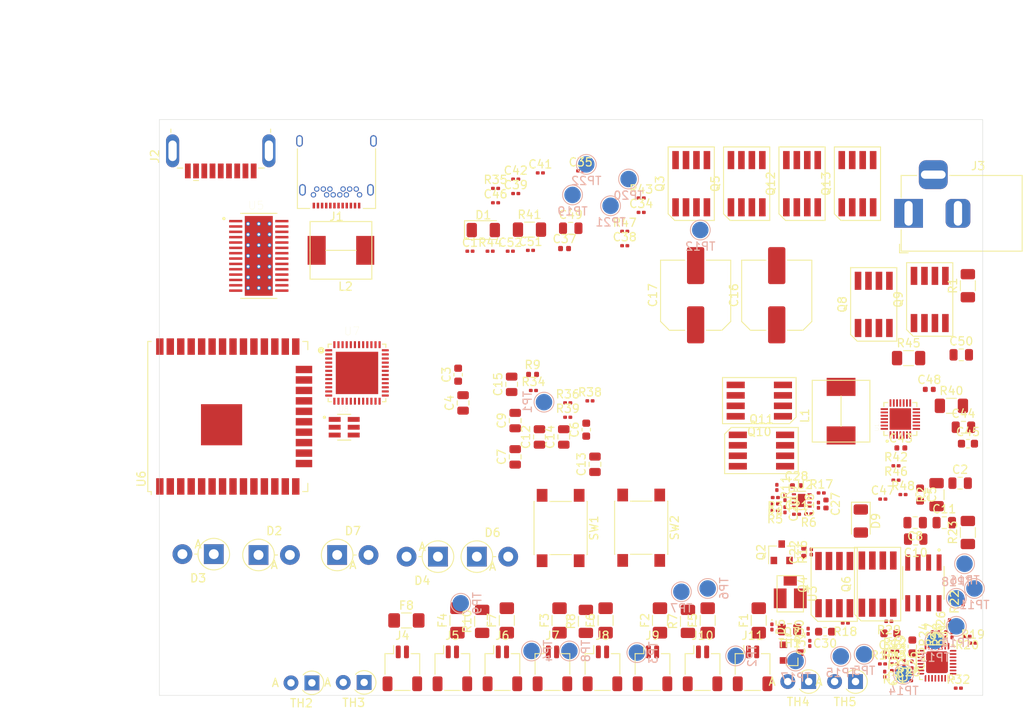
<source format=kicad_pcb>
(kicad_pcb (version 20171130) (host pcbnew "(5.1.2)-1")
  (layers (0 F.Cu signal) (31 B.Cu signal) (34 B.Paste user hide) (35 F.Paste user) (36 B.SilkS user hide) (37 F.SilkS user hide) (38 B.Mask user hide) (39 F.Mask user) (44 Edge.Cuts user))
  (net 0 "")
  (net 1 BAT_VN_0)
  (net 2 FUSE_HEATER)
  (net 3 "Net-(C10-Pad1)")
  (net 4 "Net-(D2-Pad1)")
  (net 5 BAT_VP_3)
  (net 6 "Net-(F1-Pad1)")
  (net 7 BAT_VP_2)
  (net 8 "Net-(F2-Pad1)")
  (net 9 BAT_VP_1)
  (net 10 "Net-(F3-Pad1)")
  (net 11 BAT_VP_0)
  (net 12 "Net-(F4-Pad1)")
  (net 13 "Net-(F5-Pad1)")
  (net 14 "Net-(F6-Pad1)")
  (net 15 "Net-(F7-Pad1)")
  (net 16 "Net-(F8-Pad1)")
  (net 17 "Net-(J1-PadB8)")
  (net 18 "Net-(J1-PadB5)")
  (net 19 "Net-(J1-PadA1)")
  (net 20 "Net-(J1-PadA4)")
  (net 21 "Net-(J1-PadB7)")
  (net 22 "Net-(J1-PadB6)")
  (net 23 "Net-(J1-PadS1)")
  (net 24 "Net-(J1-PadA8)")
  (net 25 "Net-(J1-PadA7)")
  (net 26 "Net-(J1-PadA6)")
  (net 27 "Net-(J1-PadA5)")
  (net 28 "Net-(J2-Pad1)")
  (net 29 "Net-(J2-Pad2)")
  (net 30 "Net-(J2-Pad3)")
  (net 31 "Net-(J2-Pad4)")
  (net 32 "Net-(J2-Pad5)")
  (net 33 "Net-(J3-Pad2)")
  (net 34 "Net-(J3-Pad1)")
  (net 35 BAT_VN_3)
  (net 36 BAT_VN_2)
  (net 37 BAT_VN_1)
  (net 38 "Net-(Q2-Pad3)")
  (net 39 "Net-(R17-Pad1)")
  (net 40 GND)
  (net 41 "Net-(R22-Pad1)")
  (net 42 "Net-(SW2-Pad1)")
  (net 43 "Net-(TH2-Pad2)")
  (net 44 "Net-(TH3-Pad2)")
  (net 45 "Net-(TH4-Pad2)")
  (net 46 "Net-(TH5-Pad2)")
  (net 47 "Net-(R24-Pad1)")
  (net 48 "Net-(R26-Pad1)")
  (net 49 /Charger/VSYS)
  (net 50 "Net-(C18-Pad1)")
  (net 51 "Net-(C19-Pad2)")
  (net 52 "Net-(C19-Pad1)")
  (net 53 "Net-(C20-Pad2)")
  (net 54 "Net-(C23-Pad1)")
  (net 55 "Net-(C24-Pad2)")
  (net 56 "Net-(C24-Pad1)")
  (net 57 "Net-(C25-Pad2)")
  (net 58 "Net-(C27-Pad1)")
  (net 59 "Net-(C28-Pad1)")
  (net 60 "Net-(C29-Pad1)")
  (net 61 "Net-(C30-Pad2)")
  (net 62 "Net-(C30-Pad1)")
  (net 63 "Net-(C31-Pad2)")
  (net 64 "Net-(C31-Pad1)")
  (net 65 "Net-(C32-Pad2)")
  (net 66 "Net-(C32-Pad1)")
  (net 67 "/Battery connection and protection/BATT_PACK_P")
  (net 68 "Net-(D2-Pad2)")
  (net 69 "Net-(D3-Pad1)")
  (net 70 "Net-(Q1-Pad4)")
  (net 71 "Net-(Q7-Pad1)")
  (net 72 "Net-(R19-Pad1)")
  (net 73 "Net-(R24-Pad2)")
  (net 74 "Net-(R27-Pad1)")
  (net 75 "Net-(R28-Pad1)")
  (net 76 "Net-(R31-Pad1)")
  (net 77 "/Battery connection and protection/BATT_SHUTDOWN_N")
  (net 78 "Net-(R32-Pad1)")
  (net 79 "/Battery connection and protection/BATT_INT")
  (net 80 "/Battery connection and protection/BATT_SMB_C")
  (net 81 "/Battery connection and protection/BATT_SMB_D")
  (net 82 "Net-(U1-Pad13)")
  (net 83 "Net-(U1-Pad14)")
  (net 84 "Net-(U1-Pad15)")
  (net 85 "Net-(C37-Pad2)")
  (net 86 "Net-(C39-Pad2)")
  (net 87 /Charger/PMON)
  (net 88 "Net-(R34-Pad2)")
  (net 89 /Charger/REGN)
  (net 90 "Net-(R36-Pad1)")
  (net 91 "Net-(R38-Pad1)")
  (net 92 "Net-(C42-Pad2)")
  (net 93 /Charger/IADP)
  (net 94 /Charger/IBAT)
  (net 95 /Charger/BQ_VCC)
  (net 96 /Charger/ADAPTER_IN)
  (net 97 "Net-(C46-Pad1)")
  (net 98 "Net-(C47-Pad1)")
  (net 99 "Net-(C51-Pad2)")
  (net 100 "Net-(C51-Pad1)")
  (net 101 "Net-(R40-Pad1)")
  (net 102 "Net-(R43-Pad2)")
  (net 103 "Net-(R44-Pad2)")
  (net 104 "Net-(R45-Pad1)")
  (net 105 "Net-(R46-Pad1)")
  (net 106 "Net-(R47-Pad1)")
  (net 107 "Net-(R48-Pad2)")
  (net 108 /Charger/ACOK)
  (net 109 /Charger/PROCHOT_N)
  (net 110 /Charger/CHARGER_SDA)
  (net 111 /Charger/CHARGER_SCL)
  (net 112 "Net-(Q8-Pad4)")
  (net 113 "Net-(Q10-Pad4)")
  (net 114 "Net-(Q11-Pad4)")
  (net 115 "Net-(Q4-Pad4)")
  (net 116 "Net-(Q4-Pad5)")
  (net 117 "Net-(Q6-Pad4)")
  (net 118 "Net-(L2-Pad2)")
  (net 119 "Net-(L2-Pad1)")
  (net 120 "Net-(U5-Pad29)")
  (net 121 "Net-(U5-Pad28)")
  (net 122 "Net-(U5-Pad27)")
  (net 123 "Net-(U5-Pad26)")
  (net 124 "Net-(U5-Pad25)")
  (net 125 "Net-(U5-Pad24)")
  (net 126 "Net-(U5-Pad23)")
  (net 127 "Net-(U5-Pad22)")
  (net 128 "Net-(U5-Pad21)")
  (net 129 "Net-(U5-Pad20)")
  (net 130 "Net-(U5-Pad19)")
  (net 131 "Net-(U5-Pad18)")
  (net 132 "Net-(U5-Pad17)")
  (net 133 "Net-(U5-Pad16)")
  (net 134 "Net-(U5-Pad15)")
  (net 135 "Net-(U5-Pad14)")
  (net 136 "Net-(U5-Pad13)")
  (net 137 "Net-(U5-Pad12)")
  (net 138 "Net-(U5-Pad11)")
  (net 139 "Net-(U5-Pad10)")
  (net 140 "Net-(U5-Pad9)")
  (net 141 "Net-(U5-Pad8)")
  (net 142 "Net-(U5-Pad7)")
  (net 143 "Net-(U5-Pad6)")
  (net 144 "Net-(U5-Pad5)")
  (net 145 "Net-(U5-Pad4)")
  (net 146 "Net-(U5-Pad3)")
  (net 147 "Net-(U5-Pad2)")
  (net 148 "Net-(U5-Pad1)")
  (net 149 "Net-(Q3-Pad4)")
  (net 150 "Net-(Q3-Pad5)")
  (net 151 "Net-(Q3-Pad1)")
  (net 152 "Net-(Q5-Pad4)")
  (net 153 "Net-(Q5-Pad5)")
  (net 154 "Net-(Q5-Pad1)")
  (net 155 "Net-(Q12-Pad4)")
  (net 156 "Net-(Q12-Pad5)")
  (net 157 "Net-(Q12-Pad1)")
  (net 158 "Net-(Q13-Pad4)")
  (net 159 "Net-(Q13-Pad5)")
  (net 160 "Net-(Q13-Pad1)")
  (net 161 "Net-(U6-Pad1)")
  (net 162 "Net-(U6-Pad37)")
  (net 163 "Net-(U6-Pad36)")
  (net 164 "Net-(U6-Pad35)")
  (net 165 "Net-(U6-Pad34)")
  (net 166 "Net-(U6-Pad33)")
  (net 167 "Net-(U6-Pad32)")
  (net 168 "Net-(U6-Pad31)")
  (net 169 "Net-(U6-Pad30)")
  (net 170 "Net-(U6-Pad29)")
  (net 171 "Net-(U6-Pad28)")
  (net 172 "Net-(U6-Pad27)")
  (net 173 "Net-(U6-Pad26)")
  (net 174 "Net-(U6-Pad25)")
  (net 175 "Net-(U6-Pad24)")
  (net 176 "Net-(U6-Pad23)")
  (net 177 "Net-(U6-Pad22)")
  (net 178 "Net-(U6-Pad21)")
  (net 179 "Net-(U6-Pad20)")
  (net 180 "Net-(U6-Pad19)")
  (net 181 "Net-(U6-Pad18)")
  (net 182 "Net-(U6-Pad17)")
  (net 183 "Net-(U6-Pad16)")
  (net 184 "Net-(U6-Pad14)")
  (net 185 "Net-(U6-Pad13)")
  (net 186 "Net-(U6-Pad12)")
  (net 187 "Net-(U6-Pad11)")
  (net 188 "Net-(U6-Pad10)")
  (net 189 "Net-(U6-Pad9)")
  (net 190 "Net-(U6-Pad8)")
  (net 191 "Net-(U6-Pad7)")
  (net 192 "Net-(U6-Pad6)")
  (net 193 "Net-(U6-Pad5)")
  (net 194 "Net-(U6-Pad4)")
  (net 195 "Net-(U6-Pad3)")
  (net 196 "Net-(U6-Pad2)")
  (net 197 "Net-(U7-Pad48)")
  (net 198 "Net-(U7-Pad47)")
  (net 199 "Net-(U7-Pad46)")
  (net 200 "Net-(U7-Pad45)")
  (net 201 "Net-(U7-Pad44)")
  (net 202 "Net-(U7-Pad43)")
  (net 203 "Net-(U7-Pad18)")
  (net 204 "Net-(U7-Pad41)")
  (net 205 "Net-(U7-Pad40)")
  (net 206 "Net-(U7-Pad39)")
  (net 207 "Net-(U7-Pad38)")
  (net 208 "Net-(U7-Pad37)")
  (net 209 "Net-(U7-Pad17)")
  (net 210 "Net-(U7-Pad34)")
  (net 211 "Net-(U7-Pad33)")
  (net 212 "Net-(U7-Pad32)")
  (net 213 "Net-(U7-Pad31)")
  (net 214 "Net-(U7-Pad30)")
  (net 215 "Net-(U7-Pad29)")
  (net 216 "Net-(U7-Pad28)")
  (net 217 "Net-(U7-Pad27)")
  (net 218 "Net-(U7-Pad26)")
  (net 219 "Net-(U7-Pad25)")
  (net 220 "Net-(U7-Pad24)")
  (net 221 "Net-(U7-Pad23)")
  (net 222 "Net-(U7-Pad22)")
  (net 223 "Net-(U7-Pad21)")
  (net 224 "Net-(U7-Pad20)")
  (net 225 "Net-(U7-Pad19)")
  (net 226 "Net-(U7-Pad16)")
  (net 227 "Net-(U7-Pad15)")
  (net 228 "Net-(U7-Pad14)")
  (net 229 "Net-(U7-Pad13)")
  (net 230 "Net-(U7-Pad12)")
  (net 231 "Net-(U7-Pad11)")
  (net 232 "Net-(U7-Pad10)")
  (net 233 "Net-(U7-Pad9)")
  (net 234 "Net-(U7-Pad8)")
  (net 235 "Net-(U7-Pad7)")
  (net 236 "Net-(U7-Pad6)")
  (net 237 "Net-(U7-Pad5)")
  (net 238 "Net-(U7-Pad4)")
  (net 239 "Net-(U7-Pad3)")
  (net 240 "Net-(U7-Pad2)")
  (net 241 "Net-(U7-Pad1)")
  (net 242 "Net-(U7-Pad49)")
  (net 243 "Net-(U8-Pad6)")
  (net 244 "Net-(U8-Pad5)")
  (net 245 "Net-(U8-Pad4)")
  (net 246 "Net-(U8-Pad3)")
  (net 247 "Net-(U8-Pad2)")
  (net 248 "Net-(U8-Pad1)")
  (module SmartBattery:SOT95P280X110-6N (layer F.Cu) (at 22.445 37.4)
    (fp_text reference U8 (at -0.068 -2.2064) (layer F.SilkS) (effects (font (size 0.64 0.64) (thickness 0.015))))
    (fp_text value TPS54202HDDCR)
    (pad 6 smd rect (at 1.155 -0.95) (size 1.45 0.59) (layers F.Cu F.Paste F.Mask) (net 243 "Net-(U8-Pad6)"))
    (pad 5 smd rect (at 1.155 0) (size 1.45 0.59) (layers F.Cu F.Paste F.Mask) (net 244 "Net-(U8-Pad5)"))
    (pad 4 smd rect (at 1.155 0.95) (size 1.45 0.59) (layers F.Cu F.Paste F.Mask) (net 245 "Net-(U8-Pad4)"))
    (pad 3 smd rect (at -1.155 0.95) (size 1.45 0.59) (layers F.Cu F.Paste F.Mask) (net 246 "Net-(U8-Pad3)"))
    (pad 2 smd rect (at -1.155 0) (size 1.45 0.59) (layers F.Cu F.Paste F.Mask) (net 247 "Net-(U8-Pad2)"))
    (pad 1 smd rect (at -1.155 -0.95) (size 1.45 0.59) (layers F.Cu F.Paste F.Mask) (net 248 "Net-(U8-Pad1)"))
  )
  (module SmartBattery:QFN50P700X700X90-49N (layer F.Cu) (at 24 30.8)
    (fp_text reference U7 (at -0.624005 -5.070305) (layer F.SilkS) (effects (font (size 1.003331 1.003331) (thickness 0.015))))
    (fp_text value ATSAMD21G18A-MU)
    (pad 48 smd rect (at -2.75 -3.435) (size 0.26 0.84) (layers F.Cu F.Paste F.Mask) (net 197 "Net-(U7-Pad48)"))
    (pad 47 smd rect (at -2.25 -3.435) (size 0.26 0.84) (layers F.Cu F.Paste F.Mask) (net 198 "Net-(U7-Pad47)"))
    (pad 46 smd rect (at -1.75 -3.435) (size 0.26 0.84) (layers F.Cu F.Paste F.Mask) (net 199 "Net-(U7-Pad46)"))
    (pad 45 smd rect (at -1.25 -3.435) (size 0.26 0.84) (layers F.Cu F.Paste F.Mask) (net 200 "Net-(U7-Pad45)"))
    (pad 44 smd rect (at -0.75 -3.435) (size 0.26 0.84) (layers F.Cu F.Paste F.Mask) (net 201 "Net-(U7-Pad44)"))
    (pad 43 smd rect (at -0.25 -3.435) (size 0.26 0.84) (layers F.Cu F.Paste F.Mask) (net 202 "Net-(U7-Pad43)"))
    (pad 42 smd rect (at 0.25 -3.435) (size 0.26 0.84) (layers F.Cu F.Paste F.Mask) (net 203 "Net-(U7-Pad18)"))
    (pad 41 smd rect (at 0.75 -3.435) (size 0.26 0.84) (layers F.Cu F.Paste F.Mask) (net 204 "Net-(U7-Pad41)"))
    (pad 40 smd rect (at 1.25 -3.435) (size 0.26 0.84) (layers F.Cu F.Paste F.Mask) (net 205 "Net-(U7-Pad40)"))
    (pad 39 smd rect (at 1.75 -3.435) (size 0.26 0.84) (layers F.Cu F.Paste F.Mask) (net 206 "Net-(U7-Pad39)"))
    (pad 38 smd rect (at 2.25 -3.435) (size 0.26 0.84) (layers F.Cu F.Paste F.Mask) (net 207 "Net-(U7-Pad38)"))
    (pad 37 smd rect (at 2.75 -3.435) (size 0.26 0.84) (layers F.Cu F.Paste F.Mask) (net 208 "Net-(U7-Pad37)"))
    (pad 36 smd rect (at 3.435 -2.75) (size 0.84 0.26) (layers F.Cu F.Paste F.Mask) (net 209 "Net-(U7-Pad17)"))
    (pad 35 smd rect (at 3.435 -2.25) (size 0.84 0.26) (layers F.Cu F.Paste F.Mask) (net 203 "Net-(U7-Pad18)"))
    (pad 34 smd rect (at 3.435 -1.75) (size 0.84 0.26) (layers F.Cu F.Paste F.Mask) (net 210 "Net-(U7-Pad34)"))
    (pad 33 smd rect (at 3.435 -1.25) (size 0.84 0.26) (layers F.Cu F.Paste F.Mask) (net 211 "Net-(U7-Pad33)"))
    (pad 32 smd rect (at 3.435 -0.75) (size 0.84 0.26) (layers F.Cu F.Paste F.Mask) (net 212 "Net-(U7-Pad32)"))
    (pad 31 smd rect (at 3.435 -0.25) (size 0.84 0.26) (layers F.Cu F.Paste F.Mask) (net 213 "Net-(U7-Pad31)"))
    (pad 30 smd rect (at 3.435 0.25) (size 0.84 0.26) (layers F.Cu F.Paste F.Mask) (net 214 "Net-(U7-Pad30)"))
    (pad 29 smd rect (at 3.435 0.75) (size 0.84 0.26) (layers F.Cu F.Paste F.Mask) (net 215 "Net-(U7-Pad29)"))
    (pad 28 smd rect (at 3.435 1.25) (size 0.84 0.26) (layers F.Cu F.Paste F.Mask) (net 216 "Net-(U7-Pad28)"))
    (pad 27 smd rect (at 3.435 1.75) (size 0.84 0.26) (layers F.Cu F.Paste F.Mask) (net 217 "Net-(U7-Pad27)"))
    (pad 26 smd rect (at 3.435 2.25) (size 0.84 0.26) (layers F.Cu F.Paste F.Mask) (net 218 "Net-(U7-Pad26)"))
    (pad 25 smd rect (at 3.435 2.75) (size 0.84 0.26) (layers F.Cu F.Paste F.Mask) (net 219 "Net-(U7-Pad25)"))
    (pad 24 smd rect (at 2.75 3.435) (size 0.26 0.84) (layers F.Cu F.Paste F.Mask) (net 220 "Net-(U7-Pad24)"))
    (pad 23 smd rect (at 2.25 3.435) (size 0.26 0.84) (layers F.Cu F.Paste F.Mask) (net 221 "Net-(U7-Pad23)"))
    (pad 22 smd rect (at 1.75 3.435) (size 0.26 0.84) (layers F.Cu F.Paste F.Mask) (net 222 "Net-(U7-Pad22)"))
    (pad 21 smd rect (at 1.25 3.435) (size 0.26 0.84) (layers F.Cu F.Paste F.Mask) (net 223 "Net-(U7-Pad21)"))
    (pad 20 smd rect (at 0.75 3.435) (size 0.26 0.84) (layers F.Cu F.Paste F.Mask) (net 224 "Net-(U7-Pad20)"))
    (pad 19 smd rect (at 0.25 3.435) (size 0.26 0.84) (layers F.Cu F.Paste F.Mask) (net 225 "Net-(U7-Pad19)"))
    (pad 18 smd rect (at -0.25 3.435) (size 0.26 0.84) (layers F.Cu F.Paste F.Mask) (net 203 "Net-(U7-Pad18)"))
    (pad 17 smd rect (at -0.75 3.435) (size 0.26 0.84) (layers F.Cu F.Paste F.Mask) (net 209 "Net-(U7-Pad17)"))
    (pad 16 smd rect (at -1.25 3.435) (size 0.26 0.84) (layers F.Cu F.Paste F.Mask) (net 226 "Net-(U7-Pad16)"))
    (pad 15 smd rect (at -1.75 3.435) (size 0.26 0.84) (layers F.Cu F.Paste F.Mask) (net 227 "Net-(U7-Pad15)"))
    (pad 14 smd rect (at -2.25 3.435) (size 0.26 0.84) (layers F.Cu F.Paste F.Mask) (net 228 "Net-(U7-Pad14)"))
    (pad 13 smd rect (at -2.75 3.435) (size 0.26 0.84) (layers F.Cu F.Paste F.Mask) (net 229 "Net-(U7-Pad13)"))
    (pad 12 smd rect (at -3.435 2.75) (size 0.84 0.26) (layers F.Cu F.Paste F.Mask) (net 230 "Net-(U7-Pad12)"))
    (pad 11 smd rect (at -3.435 2.25) (size 0.84 0.26) (layers F.Cu F.Paste F.Mask) (net 231 "Net-(U7-Pad11)"))
    (pad 10 smd rect (at -3.435 1.75) (size 0.84 0.26) (layers F.Cu F.Paste F.Mask) (net 232 "Net-(U7-Pad10)"))
    (pad 9 smd rect (at -3.435 1.25) (size 0.84 0.26) (layers F.Cu F.Paste F.Mask) (net 233 "Net-(U7-Pad9)"))
    (pad 8 smd rect (at -3.435 0.75) (size 0.84 0.26) (layers F.Cu F.Paste F.Mask) (net 234 "Net-(U7-Pad8)"))
    (pad 7 smd rect (at -3.435 0.25) (size 0.84 0.26) (layers F.Cu F.Paste F.Mask) (net 235 "Net-(U7-Pad7)"))
    (pad 6 smd rect (at -3.435 -0.25) (size 0.84 0.26) (layers F.Cu F.Paste F.Mask) (net 236 "Net-(U7-Pad6)"))
    (pad 5 smd rect (at -3.435 -0.75) (size 0.84 0.26) (layers F.Cu F.Paste F.Mask) (net 237 "Net-(U7-Pad5)"))
    (pad 4 smd rect (at -3.435 -1.25) (size 0.84 0.26) (layers F.Cu F.Paste F.Mask) (net 238 "Net-(U7-Pad4)"))
    (pad 3 smd rect (at -3.435 -1.75) (size 0.84 0.26) (layers F.Cu F.Paste F.Mask) (net 239 "Net-(U7-Pad3)"))
    (pad 2 smd rect (at -3.435 -2.25) (size 0.84 0.26) (layers F.Cu F.Paste F.Mask) (net 240 "Net-(U7-Pad2)"))
    (pad 1 smd rect (at -3.435 -2.75) (size 0.84 0.26) (layers F.Cu F.Paste F.Mask) (net 241 "Net-(U7-Pad1)"))
    (pad 49 smd rect (at 0 0) (size 5.15 5.15) (layers F.Cu F.Mask) (net 242 "Net-(U7-Pad49)"))
  )
  (module RF_Module:ESP32-WROOM-32U (layer F.Cu) (at 8.305 36.1 90)
    (fp_text reference U6 (at -7.58 -10.5 270) (layer F.SilkS))
    (fp_text value ESP32-WROOM-32U)
    (pad 38 smd rect (at 8.5 -8.255 90) (size 2 0.9) (layers F.Cu F.Paste F.Mask) (net 161 "Net-(U6-Pad1)"))
    (pad 37 smd rect (at 8.5 -6.985 90) (size 2 0.9) (layers F.Cu F.Paste F.Mask) (net 162 "Net-(U6-Pad37)"))
    (pad 36 smd rect (at 8.5 -5.715 90) (size 2 0.9) (layers F.Cu F.Paste F.Mask) (net 163 "Net-(U6-Pad36)"))
    (pad 35 smd rect (at 8.5 -4.445 90) (size 2 0.9) (layers F.Cu F.Paste F.Mask) (net 164 "Net-(U6-Pad35)"))
    (pad 34 smd rect (at 8.5 -3.175 90) (size 2 0.9) (layers F.Cu F.Paste F.Mask) (net 165 "Net-(U6-Pad34)"))
    (pad 33 smd rect (at 8.5 -1.905 90) (size 2 0.9) (layers F.Cu F.Paste F.Mask) (net 166 "Net-(U6-Pad33)"))
    (pad 32 smd rect (at 8.5 -0.635 90) (size 2 0.9) (layers F.Cu F.Paste F.Mask) (net 167 "Net-(U6-Pad32)"))
    (pad 31 smd rect (at 8.5 0.635 90) (size 2 0.9) (layers F.Cu F.Paste F.Mask) (net 168 "Net-(U6-Pad31)"))
    (pad 30 smd rect (at 8.5 1.905 90) (size 2 0.9) (layers F.Cu F.Paste F.Mask) (net 169 "Net-(U6-Pad30)"))
    (pad 29 smd rect (at 8.5 3.175 90) (size 2 0.9) (layers F.Cu F.Paste F.Mask) (net 170 "Net-(U6-Pad29)"))
    (pad 28 smd rect (at 8.5 4.445 90) (size 2 0.9) (layers F.Cu F.Paste F.Mask) (net 171 "Net-(U6-Pad28)"))
    (pad 27 smd rect (at 8.5 5.715 90) (size 2 0.9) (layers F.Cu F.Paste F.Mask) (net 172 "Net-(U6-Pad27)"))
    (pad 26 smd rect (at 8.5 6.985 90) (size 2 0.9) (layers F.Cu F.Paste F.Mask) (net 173 "Net-(U6-Pad26)"))
    (pad 25 smd rect (at 8.5 8.255 90) (size 2 0.9) (layers F.Cu F.Paste F.Mask) (net 174 "Net-(U6-Pad25)"))
    (pad 24 smd rect (at 5.715 9.255 180) (size 2 0.9) (layers F.Cu F.Paste F.Mask) (net 175 "Net-(U6-Pad24)"))
    (pad 23 smd rect (at 4.445 9.255 180) (size 2 0.9) (layers F.Cu F.Paste F.Mask) (net 176 "Net-(U6-Pad23)"))
    (pad 22 smd rect (at 3.175 9.255 180) (size 2 0.9) (layers F.Cu F.Paste F.Mask) (net 177 "Net-(U6-Pad22)"))
    (pad 21 smd rect (at 1.905 9.255 180) (size 2 0.9) (layers F.Cu F.Paste F.Mask) (net 178 "Net-(U6-Pad21)"))
    (pad 20 smd rect (at 0.635 9.255 180) (size 2 0.9) (layers F.Cu F.Paste F.Mask) (net 179 "Net-(U6-Pad20)"))
    (pad 19 smd rect (at -0.635 9.255 180) (size 2 0.9) (layers F.Cu F.Paste F.Mask) (net 180 "Net-(U6-Pad19)"))
    (pad 18 smd rect (at -1.905 9.255 180) (size 2 0.9) (layers F.Cu F.Paste F.Mask) (net 181 "Net-(U6-Pad18)"))
    (pad 17 smd rect (at -3.175 9.255 180) (size 2 0.9) (layers F.Cu F.Paste F.Mask) (net 182 "Net-(U6-Pad17)"))
    (pad 16 smd rect (at -4.445 9.255 180) (size 2 0.9) (layers F.Cu F.Paste F.Mask) (net 183 "Net-(U6-Pad16)"))
    (pad 15 smd rect (at -5.715 9.255) (size 2 0.9) (layers F.Cu F.Paste F.Mask) (net 161 "Net-(U6-Pad1)"))
    (pad 14 smd rect (at -8.5 8.255 90) (size 2 0.9) (layers F.Cu F.Paste F.Mask) (net 184 "Net-(U6-Pad14)"))
    (pad 13 smd rect (at -8.5 6.985 90) (size 2 0.9) (layers F.Cu F.Paste F.Mask) (net 185 "Net-(U6-Pad13)"))
    (pad 12 smd rect (at -8.5 5.715 90) (size 2 0.9) (layers F.Cu F.Paste F.Mask) (net 186 "Net-(U6-Pad12)"))
    (pad 11 smd rect (at -8.5 4.445 90) (size 2 0.9) (layers F.Cu F.Paste F.Mask) (net 187 "Net-(U6-Pad11)"))
    (pad 10 smd rect (at -8.5 3.175 90) (size 2 0.9) (layers F.Cu F.Paste F.Mask) (net 188 "Net-(U6-Pad10)"))
    (pad 9 smd rect (at -8.5 1.905 90) (size 2 0.9) (layers F.Cu F.Paste F.Mask) (net 189 "Net-(U6-Pad9)"))
    (pad 8 smd rect (at -8.5 0.635 90) (size 2 0.9) (layers F.Cu F.Paste F.Mask) (net 190 "Net-(U6-Pad8)"))
    (pad 7 smd rect (at -8.5 -0.635 90) (size 2 0.9) (layers F.Cu F.Paste F.Mask) (net 191 "Net-(U6-Pad7)"))
    (pad 6 smd rect (at -8.5 -1.905 90) (size 2 0.9) (layers F.Cu F.Paste F.Mask) (net 192 "Net-(U6-Pad6)"))
    (pad 5 smd rect (at -8.5 -3.175 90) (size 2 0.9) (layers F.Cu F.Paste F.Mask) (net 193 "Net-(U6-Pad5)"))
    (pad 4 smd rect (at -8.5 -4.445 90) (size 2 0.9) (layers F.Cu F.Paste F.Mask) (net 194 "Net-(U6-Pad4)"))
    (pad 3 smd rect (at -8.5 -5.715 90) (size 2 0.9) (layers F.Cu F.Paste F.Mask) (net 195 "Net-(U6-Pad3)"))
    (pad 2 smd rect (at -8.5 -6.985 90) (size 2 0.9) (layers F.Cu F.Paste F.Mask) (net 196 "Net-(U6-Pad2)"))
    (pad 1 smd rect (at -8.5 -8.255 90) (size 2 0.9) (layers F.Cu F.Paste F.Mask) (net 161 "Net-(U6-Pad1)"))
    (pad 39 smd rect (at -1 -0.755 90) (size 5 5) (layers F.Cu F.Paste F.Mask))
  )
  (module SmartBattery:SOIC-8_Alpha_Omega (layer F.Cu) (at 84.79 7.8)
    (fp_text reference Q13 (at -3.805 0 90) (layer F.SilkS))
    (fp_text value AO4468)
    (pad 4 smd rect (at 1.905 2.87) (size 0.8 2.2) (layers F.Cu F.Paste F.Mask) (net 158 "Net-(Q13-Pad4)"))
    (pad 5 smd rect (at 1.905 -2.87) (size 0.8 2.2) (layers F.Cu F.Paste F.Mask) (net 159 "Net-(Q13-Pad5)"))
    (pad 3 smd rect (at 0.635 2.87) (size 0.8 2.2) (layers F.Cu F.Paste F.Mask) (net 160 "Net-(Q13-Pad1)"))
    (pad 6 smd rect (at 0.635 -2.87) (size 0.8 2.2) (layers F.Cu F.Paste F.Mask) (net 159 "Net-(Q13-Pad5)"))
    (pad 2 smd rect (at -0.635 2.87) (size 0.8 2.2) (layers F.Cu F.Paste F.Mask) (net 160 "Net-(Q13-Pad1)"))
    (pad 7 smd rect (at -0.635 -2.87) (size 0.8 2.2) (layers F.Cu F.Paste F.Mask) (net 159 "Net-(Q13-Pad5)"))
    (pad 1 smd rect (at -1.905 2.87) (size 0.8 2.2) (layers F.Cu F.Paste F.Mask) (net 160 "Net-(Q13-Pad1)"))
    (pad 8 smd rect (at -1.905 -2.87) (size 0.8 2.2) (layers F.Cu F.Paste F.Mask) (net 159 "Net-(Q13-Pad5)"))
  )
  (module SmartBattery:SOIC-8_Alpha_Omega (layer F.Cu) (at 78.06 7.8)
    (fp_text reference Q12 (at -3.805 0 90) (layer F.SilkS))
    (fp_text value AO4468)
    (pad 4 smd rect (at 1.905 2.87) (size 0.8 2.2) (layers F.Cu F.Paste F.Mask) (net 155 "Net-(Q12-Pad4)"))
    (pad 5 smd rect (at 1.905 -2.87) (size 0.8 2.2) (layers F.Cu F.Paste F.Mask) (net 156 "Net-(Q12-Pad5)"))
    (pad 3 smd rect (at 0.635 2.87) (size 0.8 2.2) (layers F.Cu F.Paste F.Mask) (net 157 "Net-(Q12-Pad1)"))
    (pad 6 smd rect (at 0.635 -2.87) (size 0.8 2.2) (layers F.Cu F.Paste F.Mask) (net 156 "Net-(Q12-Pad5)"))
    (pad 2 smd rect (at -0.635 2.87) (size 0.8 2.2) (layers F.Cu F.Paste F.Mask) (net 157 "Net-(Q12-Pad1)"))
    (pad 7 smd rect (at -0.635 -2.87) (size 0.8 2.2) (layers F.Cu F.Paste F.Mask) (net 156 "Net-(Q12-Pad5)"))
    (pad 1 smd rect (at -1.905 2.87) (size 0.8 2.2) (layers F.Cu F.Paste F.Mask) (net 157 "Net-(Q12-Pad1)"))
    (pad 8 smd rect (at -1.905 -2.87) (size 0.8 2.2) (layers F.Cu F.Paste F.Mask) (net 156 "Net-(Q12-Pad5)"))
  )
  (module SmartBattery:SOIC-8_Alpha_Omega (layer F.Cu) (at 71.33 7.8)
    (fp_text reference Q5 (at -3.805 0 90) (layer F.SilkS))
    (fp_text value AO4468)
    (pad 4 smd rect (at 1.905 2.87) (size 0.8 2.2) (layers F.Cu F.Paste F.Mask) (net 152 "Net-(Q5-Pad4)"))
    (pad 5 smd rect (at 1.905 -2.87) (size 0.8 2.2) (layers F.Cu F.Paste F.Mask) (net 153 "Net-(Q5-Pad5)"))
    (pad 3 smd rect (at 0.635 2.87) (size 0.8 2.2) (layers F.Cu F.Paste F.Mask) (net 154 "Net-(Q5-Pad1)"))
    (pad 6 smd rect (at 0.635 -2.87) (size 0.8 2.2) (layers F.Cu F.Paste F.Mask) (net 153 "Net-(Q5-Pad5)"))
    (pad 2 smd rect (at -0.635 2.87) (size 0.8 2.2) (layers F.Cu F.Paste F.Mask) (net 154 "Net-(Q5-Pad1)"))
    (pad 7 smd rect (at -0.635 -2.87) (size 0.8 2.2) (layers F.Cu F.Paste F.Mask) (net 153 "Net-(Q5-Pad5)"))
    (pad 1 smd rect (at -1.905 2.87) (size 0.8 2.2) (layers F.Cu F.Paste F.Mask) (net 154 "Net-(Q5-Pad1)"))
    (pad 8 smd rect (at -1.905 -2.87) (size 0.8 2.2) (layers F.Cu F.Paste F.Mask) (net 153 "Net-(Q5-Pad5)"))
  )
  (module SmartBattery:SOIC-8_Alpha_Omega (layer F.Cu) (at 64.6 7.8)
    (fp_text reference Q3 (at -3.805 0 90) (layer F.SilkS))
    (fp_text value AO4468)
    (pad 4 smd rect (at 1.905 2.87) (size 0.8 2.2) (layers F.Cu F.Paste F.Mask) (net 149 "Net-(Q3-Pad4)"))
    (pad 5 smd rect (at 1.905 -2.87) (size 0.8 2.2) (layers F.Cu F.Paste F.Mask) (net 150 "Net-(Q3-Pad5)"))
    (pad 3 smd rect (at 0.635 2.87) (size 0.8 2.2) (layers F.Cu F.Paste F.Mask) (net 151 "Net-(Q3-Pad1)"))
    (pad 6 smd rect (at 0.635 -2.87) (size 0.8 2.2) (layers F.Cu F.Paste F.Mask) (net 150 "Net-(Q3-Pad5)"))
    (pad 2 smd rect (at -0.635 2.87) (size 0.8 2.2) (layers F.Cu F.Paste F.Mask) (net 151 "Net-(Q3-Pad1)"))
    (pad 7 smd rect (at -0.635 -2.87) (size 0.8 2.2) (layers F.Cu F.Paste F.Mask) (net 150 "Net-(Q3-Pad5)"))
    (pad 1 smd rect (at -1.905 2.87) (size 0.8 2.2) (layers F.Cu F.Paste F.Mask) (net 151 "Net-(Q3-Pad1)"))
    (pad 8 smd rect (at -1.905 -2.87) (size 0.8 2.2) (layers F.Cu F.Paste F.Mask) (net 150 "Net-(Q3-Pad5)"))
  )
  (module SmartBattery:IC_TPS61196PWPRQ1 (layer F.Cu) (at 12.07 16.5735)
    (fp_text reference U5 (at -0.325 -6.135) (layer F.SilkS) (effects (font (thickness 0.015))))
    (fp_text value LM5175PWPR)
    (pad 50 thru_hole circle (at 1.3 3.9) (size 0.5 0.5) (drill 0.3) (layers *.Cu))
    (pad 49 thru_hole circle (at -1.3 3.9) (size 0.5 0.5) (drill 0.3) (layers *.Cu))
    (pad 48 thru_hole circle (at 1.3 2.6) (size 0.5 0.5) (drill 0.3) (layers *.Cu))
    (pad 47 thru_hole circle (at -1.3 2.6) (size 0.5 0.5) (drill 0.3) (layers *.Cu))
    (pad 46 thru_hole circle (at 1.3 1.3) (size 0.5 0.5) (drill 0.3) (layers *.Cu))
    (pad 45 thru_hole circle (at -1.3 1.3) (size 0.5 0.5) (drill 0.3) (layers *.Cu))
    (pad 44 thru_hole circle (at 1.3 0) (size 0.5 0.5) (drill 0.3) (layers *.Cu))
    (pad 43 thru_hole circle (at -1.3 0) (size 0.5 0.5) (drill 0.3) (layers *.Cu))
    (pad 42 thru_hole circle (at -1.3 -1.3) (size 0.5 0.5) (drill 0.3) (layers *.Cu))
    (pad 41 thru_hole circle (at 1.3 -1.3) (size 0.5 0.5) (drill 0.3) (layers *.Cu))
    (pad 40 thru_hole circle (at 1.3 -2.6) (size 0.5 0.5) (drill 0.3) (layers *.Cu))
    (pad 39 thru_hole circle (at -1.3 -2.6) (size 0.5 0.5) (drill 0.3) (layers *.Cu))
    (pad 38 thru_hole circle (at 1.3 -3.9) (size 0.5 0.5) (drill 0.3) (layers *.Cu))
    (pad 37 thru_hole circle (at -1.3 -3.9) (size 0.5 0.5) (drill 0.3) (layers *.Cu))
    (pad 36 thru_hole circle (at 0 3.9) (size 0.5 0.5) (drill 0.3) (layers *.Cu))
    (pad 35 thru_hole circle (at 0 2.6) (size 0.5 0.5) (drill 0.3) (layers *.Cu))
    (pad 34 thru_hole circle (at 0 1.3) (size 0.5 0.5) (drill 0.3) (layers *.Cu))
    (pad 33 thru_hole circle (at 0 -3.9) (size 0.5 0.5) (drill 0.3) (layers *.Cu))
    (pad 32 thru_hole circle (at 0 -2.6) (size 0.5 0.5) (drill 0.3) (layers *.Cu))
    (pad 31 thru_hole circle (at 0 -1.3) (size 0.5 0.5) (drill 0.3) (layers *.Cu))
    (pad 30 thru_hole circle (at 0 0) (size 0.5 0.5) (drill 0.3) (layers *.Cu))
    (pad 29 smd rect (at 0 0) (size 3.4 9.7) (layers F.Cu) (net 120 "Net-(U5-Pad29)"))
    (pad 28 smd rect (at 2.8 -4.225) (size 1.6 0.3) (layers F.Cu) (net 121 "Net-(U5-Pad28)"))
    (pad 27 smd rect (at 2.8 -3.575) (size 1.6 0.3) (layers F.Cu) (net 122 "Net-(U5-Pad27)"))
    (pad 26 smd rect (at 2.8 -2.925) (size 1.6 0.3) (layers F.Cu) (net 123 "Net-(U5-Pad26)"))
    (pad 25 smd rect (at 2.8 -2.275) (size 1.6 0.3) (layers F.Cu) (net 124 "Net-(U5-Pad25)"))
    (pad 24 smd rect (at 2.8 -1.625) (size 1.6 0.3) (layers F.Cu) (net 125 "Net-(U5-Pad24)"))
    (pad 23 smd rect (at 2.8 -0.975) (size 1.6 0.3) (layers F.Cu) (net 126 "Net-(U5-Pad23)"))
    (pad 22 smd rect (at 2.8 -0.325) (size 1.6 0.3) (layers F.Cu) (net 127 "Net-(U5-Pad22)"))
    (pad 21 smd rect (at 2.8 0.325) (size 1.6 0.3) (layers F.Cu) (net 128 "Net-(U5-Pad21)"))
    (pad 20 smd rect (at 2.8 0.975) (size 1.6 0.3) (layers F.Cu) (net 129 "Net-(U5-Pad20)"))
    (pad 19 smd rect (at 2.8 1.625) (size 1.6 0.3) (layers F.Cu) (net 130 "Net-(U5-Pad19)"))
    (pad 18 smd rect (at 2.8 2.275) (size 1.6 0.3) (layers F.Cu) (net 131 "Net-(U5-Pad18)"))
    (pad 17 smd rect (at 2.8 2.925) (size 1.6 0.3) (layers F.Cu) (net 132 "Net-(U5-Pad17)"))
    (pad 16 smd rect (at 2.8 3.575) (size 1.6 0.3) (layers F.Cu) (net 133 "Net-(U5-Pad16)"))
    (pad 15 smd rect (at 2.8 4.225) (size 1.6 0.3) (layers F.Cu) (net 134 "Net-(U5-Pad15)"))
    (pad 14 smd rect (at -2.8 4.225) (size 1.6 0.3) (layers F.Cu) (net 135 "Net-(U5-Pad14)"))
    (pad 13 smd rect (at -2.8 3.575) (size 1.6 0.3) (layers F.Cu) (net 136 "Net-(U5-Pad13)"))
    (pad 12 smd rect (at -2.8 2.925) (size 1.6 0.3) (layers F.Cu) (net 137 "Net-(U5-Pad12)"))
    (pad 11 smd rect (at -2.8 2.275) (size 1.6 0.3) (layers F.Cu) (net 138 "Net-(U5-Pad11)"))
    (pad 10 smd rect (at -2.8 1.625) (size 1.6 0.3) (layers F.Cu) (net 139 "Net-(U5-Pad10)"))
    (pad 9 smd rect (at -2.8 0.975) (size 1.6 0.3) (layers F.Cu) (net 140 "Net-(U5-Pad9)"))
    (pad 8 smd rect (at -2.8 0.325) (size 1.6 0.3) (layers F.Cu) (net 141 "Net-(U5-Pad8)"))
    (pad 7 smd rect (at -2.8 -0.325) (size 1.6 0.3) (layers F.Cu) (net 142 "Net-(U5-Pad7)"))
    (pad 6 smd rect (at -2.8 -0.975) (size 1.6 0.3) (layers F.Cu) (net 143 "Net-(U5-Pad6)"))
    (pad 5 smd rect (at -2.8 -1.625) (size 1.6 0.3) (layers F.Cu) (net 144 "Net-(U5-Pad5)"))
    (pad 4 smd rect (at -2.8 -2.275) (size 1.6 0.3) (layers F.Cu) (net 145 "Net-(U5-Pad4)"))
    (pad 3 smd rect (at -2.8 -2.925) (size 1.6 0.3) (layers F.Cu) (net 146 "Net-(U5-Pad3)"))
    (pad 2 smd rect (at -2.8 -3.575) (size 1.6 0.3) (layers F.Cu) (net 147 "Net-(U5-Pad2)"))
    (pad 1 smd rect (at -2.8 -4.225) (size 1.6 0.3) (layers F.Cu) (net 148 "Net-(U5-Pad1)"))
  )
  (module SmartBattery:MWSA0603 (layer F.Cu) (at 20.2 14)
    (fp_text reference L2 (at 2.4 6.3) (layer F.SilkS))
    (fp_text value MWSA0603-2R2MT)
    (pad 2 smd rect (at 4.8 1.9) (size 2.2 3.5) (layers F.Cu F.Paste F.Mask) (net 118 "Net-(L2-Pad2)"))
    (pad 1 smd rect (at -1.1 1.9) (size 2.2 3.5) (layers F.Cu F.Paste F.Mask) (net 119 "Net-(L2-Pad1)"))
  )
  (module SmartBattery:SOIC-8_Alpha_Omega (layer F.Cu) (at 73.13 40.235 270)
    (fp_text reference Q11 (at -3.805 0) (layer F.SilkS))
    (fp_text value AO4468)
    (pad 4 smd rect (at 1.905 2.87 270) (size 0.8 2.2) (layers F.Cu F.Paste F.Mask) (net 114 "Net-(Q11-Pad4)"))
    (pad 5 smd rect (at 1.905 -2.87 270) (size 0.8 2.2) (layers F.Cu F.Paste F.Mask) (net 100 "Net-(C51-Pad1)"))
    (pad 3 smd rect (at 0.635 2.87 270) (size 0.8 2.2) (layers F.Cu F.Paste F.Mask) (net 40 GND))
    (pad 6 smd rect (at 0.635 -2.87 270) (size 0.8 2.2) (layers F.Cu F.Paste F.Mask) (net 100 "Net-(C51-Pad1)"))
    (pad 2 smd rect (at -0.635 2.87 270) (size 0.8 2.2) (layers F.Cu F.Paste F.Mask) (net 40 GND))
    (pad 7 smd rect (at -0.635 -2.87 270) (size 0.8 2.2) (layers F.Cu F.Paste F.Mask) (net 100 "Net-(C51-Pad1)"))
    (pad 1 smd rect (at -1.905 2.87 270) (size 0.8 2.2) (layers F.Cu F.Paste F.Mask) (net 40 GND))
    (pad 8 smd rect (at -1.905 -2.87 270) (size 0.8 2.2) (layers F.Cu F.Paste F.Mask) (net 100 "Net-(C51-Pad1)"))
  )
  (module SmartBattery:SOIC-8_Alpha_Omega (layer F.Cu) (at 72.87 34.165 90)
    (fp_text reference Q10 (at -3.805 0) (layer F.SilkS))
    (fp_text value AO4468)
    (pad 4 smd rect (at 1.905 2.87 90) (size 0.8 2.2) (layers F.Cu F.Paste F.Mask) (net 113 "Net-(Q10-Pad4)"))
    (pad 5 smd rect (at 1.905 -2.87 90) (size 0.8 2.2) (layers F.Cu F.Paste F.Mask) (net 86 "Net-(C39-Pad2)"))
    (pad 3 smd rect (at 0.635 2.87 90) (size 0.8 2.2) (layers F.Cu F.Paste F.Mask) (net 100 "Net-(C51-Pad1)"))
    (pad 6 smd rect (at 0.635 -2.87 90) (size 0.8 2.2) (layers F.Cu F.Paste F.Mask) (net 86 "Net-(C39-Pad2)"))
    (pad 2 smd rect (at -0.635 2.87 90) (size 0.8 2.2) (layers F.Cu F.Paste F.Mask) (net 100 "Net-(C51-Pad1)"))
    (pad 7 smd rect (at -0.635 -2.87 90) (size 0.8 2.2) (layers F.Cu F.Paste F.Mask) (net 86 "Net-(C39-Pad2)"))
    (pad 1 smd rect (at -1.905 2.87 90) (size 0.8 2.2) (layers F.Cu F.Paste F.Mask) (net 100 "Net-(C51-Pad1)"))
    (pad 8 smd rect (at -1.905 -2.87 90) (size 0.8 2.2) (layers F.Cu F.Paste F.Mask) (net 86 "Net-(C39-Pad2)"))
  )
  (module SmartBattery:SOIC-8_Alpha_Omega (layer F.Cu) (at 93.565 21.87)
    (fp_text reference Q9 (at -3.805 0 90) (layer F.SilkS))
    (fp_text value AO4468)
    (pad 4 smd rect (at 1.905 2.87) (size 0.8 2.2) (layers F.Cu F.Paste F.Mask) (net 112 "Net-(Q8-Pad4)"))
    (pad 5 smd rect (at 1.905 -2.87) (size 0.8 2.2) (layers F.Cu F.Paste F.Mask) (net 85 "Net-(C37-Pad2)"))
    (pad 3 smd rect (at 0.635 2.87) (size 0.8 2.2) (layers F.Cu F.Paste F.Mask) (net 98 "Net-(C47-Pad1)"))
    (pad 6 smd rect (at 0.635 -2.87) (size 0.8 2.2) (layers F.Cu F.Paste F.Mask) (net 85 "Net-(C37-Pad2)"))
    (pad 2 smd rect (at -0.635 2.87) (size 0.8 2.2) (layers F.Cu F.Paste F.Mask) (net 98 "Net-(C47-Pad1)"))
    (pad 7 smd rect (at -0.635 -2.87) (size 0.8 2.2) (layers F.Cu F.Paste F.Mask) (net 85 "Net-(C37-Pad2)"))
    (pad 1 smd rect (at -1.905 2.87) (size 0.8 2.2) (layers F.Cu F.Paste F.Mask) (net 98 "Net-(C47-Pad1)"))
    (pad 8 smd rect (at -1.905 -2.87) (size 0.8 2.2) (layers F.Cu F.Paste F.Mask) (net 85 "Net-(C37-Pad2)"))
  )
  (module SmartBattery:SOIC-8_Alpha_Omega (layer F.Cu) (at 86.765 22.47)
    (fp_text reference Q8 (at -3.805 0 90) (layer F.SilkS))
    (fp_text value AO4468)
    (pad 4 smd rect (at 1.905 2.87) (size 0.8 2.2) (layers F.Cu F.Paste F.Mask) (net 112 "Net-(Q8-Pad4)"))
    (pad 5 smd rect (at 1.905 -2.87) (size 0.8 2.2) (layers F.Cu F.Paste F.Mask) (net 96 /Charger/ADAPTER_IN))
    (pad 3 smd rect (at 0.635 2.87) (size 0.8 2.2) (layers F.Cu F.Paste F.Mask) (net 98 "Net-(C47-Pad1)"))
    (pad 6 smd rect (at 0.635 -2.87) (size 0.8 2.2) (layers F.Cu F.Paste F.Mask) (net 96 /Charger/ADAPTER_IN))
    (pad 2 smd rect (at -0.635 2.87) (size 0.8 2.2) (layers F.Cu F.Paste F.Mask) (net 98 "Net-(C47-Pad1)"))
    (pad 7 smd rect (at -0.635 -2.87) (size 0.8 2.2) (layers F.Cu F.Paste F.Mask) (net 96 /Charger/ADAPTER_IN))
    (pad 1 smd rect (at -1.905 2.87) (size 0.8 2.2) (layers F.Cu F.Paste F.Mask) (net 98 "Net-(C47-Pad1)"))
    (pad 8 smd rect (at -1.905 -2.87) (size 0.8 2.2) (layers F.Cu F.Paste F.Mask) (net 96 /Charger/ADAPTER_IN))
  )
  (module SmartBattery:SOIC-8_Alpha_Omega (layer F.Cu) (at 87.235 56.47)
    (fp_text reference Q6 (at -3.805 0 90) (layer F.SilkS))
    (fp_text value AO4468)
    (pad 4 smd rect (at 1.905 2.87) (size 0.8 2.2) (layers F.Cu F.Paste F.Mask) (net 117 "Net-(Q6-Pad4)"))
    (pad 5 smd rect (at 1.905 -2.87) (size 0.8 2.2) (layers F.Cu F.Paste F.Mask) (net 116 "Net-(Q4-Pad5)"))
    (pad 3 smd rect (at 0.635 2.87) (size 0.8 2.2) (layers F.Cu F.Paste F.Mask) (net 67 "/Battery connection and protection/BATT_PACK_P"))
    (pad 6 smd rect (at 0.635 -2.87) (size 0.8 2.2) (layers F.Cu F.Paste F.Mask) (net 116 "Net-(Q4-Pad5)"))
    (pad 2 smd rect (at -0.635 2.87) (size 0.8 2.2) (layers F.Cu F.Paste F.Mask) (net 67 "/Battery connection and protection/BATT_PACK_P"))
    (pad 7 smd rect (at -0.635 -2.87) (size 0.8 2.2) (layers F.Cu F.Paste F.Mask) (net 116 "Net-(Q4-Pad5)"))
    (pad 1 smd rect (at -1.905 2.87) (size 0.8 2.2) (layers F.Cu F.Paste F.Mask) (net 67 "/Battery connection and protection/BATT_PACK_P"))
    (pad 8 smd rect (at -1.905 -2.87) (size 0.8 2.2) (layers F.Cu F.Paste F.Mask) (net 116 "Net-(Q4-Pad5)"))
  )
  (module SmartBattery:SOIC-8_Alpha_Omega (layer F.Cu) (at 81.965 56.53)
    (fp_text reference Q4 (at -3.805 0 90) (layer F.SilkS))
    (fp_text value AO4468)
    (pad 4 smd rect (at 1.905 2.87) (size 0.8 2.2) (layers F.Cu F.Paste F.Mask) (net 115 "Net-(Q4-Pad4)"))
    (pad 5 smd rect (at 1.905 -2.87) (size 0.8 2.2) (layers F.Cu F.Paste F.Mask) (net 116 "Net-(Q4-Pad5)"))
    (pad 3 smd rect (at 0.635 2.87) (size 0.8 2.2) (layers F.Cu F.Paste F.Mask) (net 61 "Net-(C30-Pad2)"))
    (pad 6 smd rect (at 0.635 -2.87) (size 0.8 2.2) (layers F.Cu F.Paste F.Mask) (net 116 "Net-(Q4-Pad5)"))
    (pad 2 smd rect (at -0.635 2.87) (size 0.8 2.2) (layers F.Cu F.Paste F.Mask) (net 61 "Net-(C30-Pad2)"))
    (pad 7 smd rect (at -0.635 -2.87) (size 0.8 2.2) (layers F.Cu F.Paste F.Mask) (net 116 "Net-(Q4-Pad5)"))
    (pad 1 smd rect (at -1.905 2.87) (size 0.8 2.2) (layers F.Cu F.Paste F.Mask) (net 61 "Net-(C30-Pad2)"))
    (pad 8 smd rect (at -1.905 -2.87) (size 0.8 2.2) (layers F.Cu F.Paste F.Mask) (net 116 "Net-(Q4-Pad5)"))
  )
  (module Connector_JST:JST_SH_SM02B-SRSS-TB_1x02-1MP_P1.00mm_Horizontal (layer F.Cu) (at 72.05 66.7116)
    (fp_text reference J11 (at 0 -3.98) (layer F.SilkS))
    (fp_text value "JST 2P-1.0")
    (pad MP smd roundrect (at 1.8 1.875) (size 1.2 1.8) (layers F.Cu F.Paste F.Mask) (roundrect_rratio 0.208333) (net 1 BAT_VN_0))
    (pad MP smd roundrect (at -1.8 1.875) (size 1.2 1.8) (layers F.Cu F.Paste F.Mask) (roundrect_rratio 0.208333) (net 1 BAT_VN_0))
    (pad 2 smd roundrect (at 0.5 -2) (size 0.6 1.55) (layers F.Cu F.Paste F.Mask) (net 6 "Net-(F1-Pad1)"))
    (pad 1 smd roundrect (at -0.5 -2) (size 0.6 1.55) (layers F.Cu F.Paste F.Mask) (net 35 BAT_VN_3))
  )
  (module Connector_JST:JST_SH_SM02B-SRSS-TB_1x02-1MP_P1.00mm_Horizontal (layer F.Cu) (at 65.972626 66.7116)
    (fp_text reference J10 (at 0 -3.98) (layer F.SilkS))
    (fp_text value "JST 2P-1.0")
    (pad MP smd roundrect (at 1.8 1.875) (size 1.2 1.8) (layers F.Cu F.Paste F.Mask) (roundrect_rratio 0.208333) (net 1 BAT_VN_0))
    (pad MP smd roundrect (at -1.8 1.875) (size 1.2 1.8) (layers F.Cu F.Paste F.Mask) (roundrect_rratio 0.208333) (net 1 BAT_VN_0))
    (pad 2 smd roundrect (at 0.5 -2) (size 0.6 1.55) (layers F.Cu F.Paste F.Mask) (net 13 "Net-(F5-Pad1)"))
    (pad 1 smd roundrect (at -0.5 -2) (size 0.6 1.55) (layers F.Cu F.Paste F.Mask) (net 35 BAT_VN_3))
  )
  (module Connector_JST:JST_SH_SM02B-SRSS-TB_1x02-1MP_P1.00mm_Horizontal (layer F.Cu) (at 59.895255 66.7116)
    (fp_text reference J9 (at 0 -3.98) (layer F.SilkS))
    (fp_text value "JST 2P-1.0")
    (pad MP smd roundrect (at 1.8 1.875) (size 1.2 1.8) (layers F.Cu F.Paste F.Mask) (roundrect_rratio 0.208333) (net 1 BAT_VN_0))
    (pad MP smd roundrect (at -1.8 1.875) (size 1.2 1.8) (layers F.Cu F.Paste F.Mask) (roundrect_rratio 0.208333) (net 1 BAT_VN_0))
    (pad 2 smd roundrect (at 0.5 -2) (size 0.6 1.55) (layers F.Cu F.Paste F.Mask) (net 8 "Net-(F2-Pad1)"))
    (pad 1 smd roundrect (at -0.5 -2) (size 0.6 1.55) (layers F.Cu F.Paste F.Mask) (net 36 BAT_VN_2))
  )
  (module Connector_JST:JST_SH_SM02B-SRSS-TB_1x02-1MP_P1.00mm_Horizontal (layer F.Cu) (at 53.817884 66.7116)
    (fp_text reference J8 (at 0 -3.98) (layer F.SilkS))
    (fp_text value "JST 2P-1.0")
    (pad MP smd roundrect (at 1.8 1.875) (size 1.2 1.8) (layers F.Cu F.Paste F.Mask) (roundrect_rratio 0.208333) (net 1 BAT_VN_0))
    (pad MP smd roundrect (at -1.8 1.875) (size 1.2 1.8) (layers F.Cu F.Paste F.Mask) (roundrect_rratio 0.208333) (net 1 BAT_VN_0))
    (pad 2 smd roundrect (at 0.5 -2) (size 0.6 1.55) (layers F.Cu F.Paste F.Mask) (net 14 "Net-(F6-Pad1)"))
    (pad 1 smd roundrect (at -0.5 -2) (size 0.6 1.55) (layers F.Cu F.Paste F.Mask) (net 36 BAT_VN_2))
  )
  (module Connector_JST:JST_SH_SM02B-SRSS-TB_1x02-1MP_P1.00mm_Horizontal (layer F.Cu) (at 47.740513 66.7116)
    (fp_text reference J7 (at 0 -3.98) (layer F.SilkS))
    (fp_text value "JST 2P-1.0")
    (pad MP smd roundrect (at 1.8 1.875) (size 1.2 1.8) (layers F.Cu F.Paste F.Mask) (roundrect_rratio 0.208333) (net 1 BAT_VN_0))
    (pad MP smd roundrect (at -1.8 1.875) (size 1.2 1.8) (layers F.Cu F.Paste F.Mask) (roundrect_rratio 0.208333) (net 1 BAT_VN_0))
    (pad 2 smd roundrect (at 0.5 -2) (size 0.6 1.55) (layers F.Cu F.Paste F.Mask) (net 10 "Net-(F3-Pad1)"))
    (pad 1 smd roundrect (at -0.5 -2) (size 0.6 1.55) (layers F.Cu F.Paste F.Mask) (net 37 BAT_VN_1))
  )
  (module Connector_JST:JST_SH_SM02B-SRSS-TB_1x02-1MP_P1.00mm_Horizontal (layer F.Cu) (at 41.663142 66.7116)
    (fp_text reference J6 (at 0 -3.98) (layer F.SilkS))
    (fp_text value "JST 2P-1.0")
    (pad MP smd roundrect (at 1.8 1.875) (size 1.2 1.8) (layers F.Cu F.Paste F.Mask) (roundrect_rratio 0.208333) (net 1 BAT_VN_0))
    (pad MP smd roundrect (at -1.8 1.875) (size 1.2 1.8) (layers F.Cu F.Paste F.Mask) (roundrect_rratio 0.208333) (net 1 BAT_VN_0))
    (pad 2 smd roundrect (at 0.5 -2) (size 0.6 1.55) (layers F.Cu F.Paste F.Mask) (net 15 "Net-(F7-Pad1)"))
    (pad 1 smd roundrect (at -0.5 -2) (size 0.6 1.55) (layers F.Cu F.Paste F.Mask) (net 37 BAT_VN_1))
  )
  (module Connector_JST:JST_SH_SM02B-SRSS-TB_1x02-1MP_P1.00mm_Horizontal (layer F.Cu) (at 35.585771 66.7116)
    (fp_text reference J5 (at 0 -3.98) (layer F.SilkS))
    (fp_text value "JST 2P-1.0")
    (pad MP smd roundrect (at 1.8 1.875) (size 1.2 1.8) (layers F.Cu F.Paste F.Mask) (roundrect_rratio 0.208333) (net 1 BAT_VN_0))
    (pad MP smd roundrect (at -1.8 1.875) (size 1.2 1.8) (layers F.Cu F.Paste F.Mask) (roundrect_rratio 0.208333) (net 1 BAT_VN_0))
    (pad 2 smd roundrect (at 0.5 -2) (size 0.6 1.55) (layers F.Cu F.Paste F.Mask) (net 12 "Net-(F4-Pad1)"))
    (pad 1 smd roundrect (at -0.5 -2) (size 0.6 1.55) (layers F.Cu F.Paste F.Mask) (net 1 BAT_VN_0))
  )
  (module Connector_JST:JST_SH_SM02B-SRSS-TB_1x02-1MP_P1.00mm_Horizontal (layer F.Cu) (at 29.5084 66.7116)
    (fp_text reference J4 (at 0 -3.98) (layer F.SilkS))
    (fp_text value "JST 2P-1.0")
    (pad MP smd roundrect (at 1.8 1.875) (size 1.2 1.8) (layers F.Cu F.Paste F.Mask) (roundrect_rratio 0.208333) (net 1 BAT_VN_0))
    (pad MP smd roundrect (at -1.8 1.875) (size 1.2 1.8) (layers F.Cu F.Paste F.Mask) (roundrect_rratio 0.208333) (net 1 BAT_VN_0))
    (pad 2 smd roundrect (at 0.5 -2) (size 0.6 1.55) (layers F.Cu F.Paste F.Mask) (net 16 "Net-(F8-Pad1)"))
    (pad 1 smd roundrect (at -0.5 -2) (size 0.6 1.55) (layers F.Cu F.Paste F.Mask) (net 1 BAT_VN_0))
  )
  (module Connector_BarrelJack:BarrelJack_Horizontal (layer F.Cu) (at 91 11.4 180)
    (fp_text reference J3 (at -8.45 5.75) (layer F.SilkS))
    (fp_text value Barrel_Jack_MountingPin)
    (pad 3 thru_hole roundrect (at -3 4.7 180) (size 3.5 3.5) (drill oval 3 1) (layers *.Cu *.Mask))
    (pad 2 thru_hole roundrect (at -6 0 180) (size 3 3.5) (drill oval 1 3) (layers *.Cu *.Mask) (net 33 "Net-(J3-Pad2)"))
    (pad 1 thru_hole rect (at 0 0 180) (size 3.5 3.5) (drill oval 1 3) (layers *.Cu *.Mask) (net 34 "Net-(J3-Pad1)"))
  )
  (module TestPoint:TestPoint_Pad_D2.0mm (layer B.Cu) (at 51.8564 5.4528)
    (fp_text reference TP22 (at 0 1.998) (layer B.SilkS) (effects (justify mirror)))
    (fp_text value TestPoint)
    (pad 1 smd circle (at 0 0) (size 2 2) (layers B.Cu B.Mask) (net 86 "Net-(C39-Pad2)"))
  )
  (module TestPoint:TestPoint_Pad_D2.0mm (layer B.Cu) (at 54.8028 10.482)
    (fp_text reference TP21 (at 0 1.998) (layer B.SilkS) (effects (justify mirror)))
    (fp_text value TestPoint)
    (pad 1 smd circle (at 0 0) (size 2 2) (layers B.Cu B.Mask) (net 85 "Net-(C37-Pad2)"))
  )
  (module TestPoint:TestPoint_Pad_D2.0mm (layer B.Cu) (at 56.9872 7.2308)
    (fp_text reference TP20 (at 0 1.998) (layer B.SilkS) (effects (justify mirror)))
    (fp_text value TestPoint)
    (pad 1 smd circle (at 0 0) (size 2 2) (layers B.Cu B.Mask) (net 98 "Net-(C47-Pad1)"))
  )
  (module TestPoint:TestPoint_Pad_D2.0mm (layer B.Cu) (at 50.18 9.1612)
    (fp_text reference TP19 (at 0 1.998) (layer B.SilkS) (effects (justify mirror)))
    (fp_text value TestPoint)
    (pad 1 smd circle (at 0 0) (size 2 2) (layers B.Cu B.Mask) (net 96 /Charger/ADAPTER_IN))
  )
  (module Resistor_SMD:R_0201_0603Metric (layer F.Cu) (at 90.320601 45.587801)
    (fp_text reference R48 (at 0 -1.05) (layer F.SilkS))
    (fp_text value 4.7)
    (pad 2 smd roundrect (at 0.32 0) (size 0.46 0.4) (layers F.Cu F.Mask) (net 107 "Net-(R48-Pad2)"))
    (pad 1 smd roundrect (at -0.32 0) (size 0.46 0.4) (layers F.Cu F.Mask) (net 67 "/Battery connection and protection/BATT_PACK_P"))
  )
  (module Resistor_SMD:R_0201_0603Metric (layer F.Cu) (at 56.520601 13.587801)
    (fp_text reference R47 (at 0 -1.05) (layer F.SilkS))
    (fp_text value 0)
    (pad 2 smd roundrect (at 0.32 0) (size 0.46 0.4) (layers F.Cu F.Mask) (net 114 "Net-(Q11-Pad4)"))
    (pad 1 smd roundrect (at -0.32 0) (size 0.46 0.4) (layers F.Cu F.Mask) (net 106 "Net-(R47-Pad1)"))
  )
  (module Resistor_SMD:R_0201_0603Metric (layer F.Cu) (at 89.470601 43.837801)
    (fp_text reference R46 (at 0 -1.05) (layer F.SilkS))
    (fp_text value 0)
    (pad 2 smd roundrect (at 0.32 0) (size 0.46 0.4) (layers F.Cu F.Mask) (net 113 "Net-(Q10-Pad4)"))
    (pad 1 smd roundrect (at -0.32 0) (size 0.46 0.4) (layers F.Cu F.Mask) (net 105 "Net-(R46-Pad1)"))
  )
  (module Resistor_SMD:R_1206_3216Metric (layer F.Cu) (at 91 29)
    (fp_text reference R45 (at 0 -1.82) (layer F.SilkS))
    (fp_text value 10)
    (pad 2 smd roundrect (at 1.4 0) (size 1.25 1.75) (layers F.Cu F.Paste F.Mask) (roundrect_rratio 0.2) (net 95 /Charger/BQ_VCC))
    (pad 1 smd roundrect (at -1.4 0) (size 1.25 1.75) (layers F.Cu F.Paste F.Mask) (roundrect_rratio 0.2) (net 104 "Net-(R45-Pad1)"))
  )
  (module Resistor_SMD:R_0201_0603Metric (layer F.Cu) (at 40.172201 16.003401)
    (fp_text reference R44 (at 0 -1.05) (layer F.SilkS))
    (fp_text value 4.02k)
    (pad 2 smd roundrect (at 0.32 0) (size 0.46 0.4) (layers F.Cu F.Mask) (net 103 "Net-(R44-Pad2)"))
    (pad 1 smd roundrect (at -0.32 0) (size 0.46 0.4) (layers F.Cu F.Mask) (net 97 "Net-(C46-Pad1)"))
  )
  (module Resistor_SMD:R_0201_0603Metric (layer F.Cu) (at 58.520601 9.537801)
    (fp_text reference R43 (at 0 -1.05) (layer F.SilkS))
    (fp_text value 4.02k)
    (pad 2 smd roundrect (at 0.32 0) (size 0.46 0.4) (layers F.Cu F.Mask) (net 102 "Net-(R43-Pad2)"))
    (pad 1 smd roundrect (at -0.32 0) (size 0.46 0.4) (layers F.Cu F.Mask) (net 98 "Net-(C47-Pad1)"))
  )
  (module Resistor_SMD:R_0201_0603Metric (layer F.Cu) (at 89.470601 42.087801)
    (fp_text reference R42 (at 0 -1.05) (layer F.SilkS))
    (fp_text value 4.7)
    (pad 2 smd roundrect (at 0.32 0) (size 0.46 0.4) (layers F.Cu F.Mask) (net 97 "Net-(C46-Pad1)"))
    (pad 1 smd roundrect (at -0.32 0) (size 0.46 0.4) (layers F.Cu F.Mask) (net 112 "Net-(Q8-Pad4)"))
  )
  (module Resistor_SMD:R_1206_3216Metric (layer F.Cu) (at 44.952201 13.383401)
    (fp_text reference R41 (at 0 -1.82) (layer F.SilkS))
    (fp_text value 100k)
    (pad 2 smd roundrect (at 1.4 0) (size 1.25 1.75) (layers F.Cu F.Paste F.Mask) (roundrect_rratio 0.2) (net 101 "Net-(R40-Pad1)"))
    (pad 1 smd roundrect (at -1.4 0) (size 1.25 1.75) (layers F.Cu F.Paste F.Mask) (roundrect_rratio 0.2) (net 40 GND))
  )
  (module Resistor_SMD:R_1206_3216Metric (layer F.Cu) (at 96.2 34.8)
    (fp_text reference R40 (at 0 -1.82) (layer F.SilkS))
    (fp_text value 430k)
    (pad 2 smd roundrect (at 1.4 0) (size 1.25 1.75) (layers F.Cu F.Paste F.Mask) (roundrect_rratio 0.2) (net 96 /Charger/ADAPTER_IN))
    (pad 1 smd roundrect (at -1.4 0) (size 1.25 1.75) (layers F.Cu F.Paste F.Mask) (roundrect_rratio 0.2) (net 101 "Net-(R40-Pad1)"))
  )
  (module Resistor_SMD:R_0201_0603Metric (layer F.Cu) (at 40.830601 8.367801)
    (fp_text reference R35 (at 0 -1.05) (layer F.SilkS))
    (fp_text value DNP)
    (pad 2 smd roundrect (at 0.32 0) (size 0.46 0.4) (layers F.Cu F.Mask) (net 89 /Charger/REGN))
    (pad 1 smd roundrect (at -0.32 0) (size 0.46 0.4) (layers F.Cu F.Mask) (net 92 "Net-(C42-Pad2)"))
  )
  (module Diode_SMD:D_1206_3216Metric (layer F.Cu) (at 85.2 48.8 270)
    (fp_text reference D9 (at 0 -1.82 90) (layer F.SilkS))
    (fp_text value CD1206-S01575)
    (pad 2 smd roundrect (at 1.4 0 270) (size 1.25 1.75) (layers F.Cu F.Paste F.Mask) (roundrect_rratio 0.2) (net 67 "/Battery connection and protection/BATT_PACK_P"))
    (pad 1 smd roundrect (at -1.4 0 270) (size 1.25 1.75) (layers F.Cu F.Paste F.Mask) (roundrect_rratio 0.2) (net 95 /Charger/BQ_VCC))
  )
  (module Diode_SMD:D_1206_3216Metric (layer F.Cu) (at 39.342201 13.433401)
    (fp_text reference D1 (at 0 -1.82) (layer F.SilkS))
    (fp_text value CD1206-S01575)
    (pad 2 smd roundrect (at 1.4 0) (size 1.25 1.75) (layers F.Cu F.Paste F.Mask) (roundrect_rratio 0.2) (net 96 /Charger/ADAPTER_IN))
    (pad 1 smd roundrect (at -1.4 0) (size 1.25 1.75) (layers F.Cu F.Paste F.Mask) (roundrect_rratio 0.2) (net 95 /Charger/BQ_VCC))
  )
  (module Capacitor_SMD:C_0201_0603Metric (layer F.Cu) (at 42.622201 16.003401)
    (fp_text reference C52 (at 0 -1.05) (layer F.SilkS))
    (fp_text value "0.1uF 25v")
    (pad 2 smd roundrect (at 0.32 0) (size 0.46 0.4) (layers F.Cu F.Mask) (net 40 GND))
    (pad 1 smd roundrect (at -0.32 0) (size 0.46 0.4) (layers F.Cu F.Mask) (net 67 "/Battery connection and protection/BATT_PACK_P"))
  )
  (module Capacitor_SMD:C_0201_0603Metric (layer F.Cu) (at 45.072201 15.903401)
    (fp_text reference C51 (at 0 -1.05) (layer F.SilkS))
    (fp_text value 47n)
    (pad 2 smd roundrect (at 0.32 0) (size 0.46 0.4) (layers F.Cu F.Mask) (net 99 "Net-(C51-Pad2)"))
    (pad 1 smd roundrect (at -0.32 0) (size 0.46 0.4) (layers F.Cu F.Mask) (net 100 "Net-(C51-Pad1)"))
  )
  (module Capacitor_SMD:C_0805_2012Metric (layer F.Cu) (at 97.4 28.6)
    (fp_text reference C50 (at 0 -1.65) (layer F.SilkS))
    (fp_text value 10u)
    (pad 2 smd roundrect (at 0.9375 0) (size 0.975 1.4) (layers F.Cu F.Paste F.Mask) (net 40 GND))
    (pad 1 smd roundrect (at -0.9375 0) (size 0.975 1.4) (layers F.Cu F.Paste F.Mask) (net 86 "Net-(C39-Pad2)"))
  )
  (module Capacitor_SMD:C_0805_2012Metric (layer F.Cu) (at 49.962201 13.213401)
    (fp_text reference C49 (at 0 -1.65) (layer F.SilkS))
    (fp_text value 10u)
    (pad 2 smd roundrect (at 0.9375 0) (size 0.975 1.4) (layers F.Cu F.Paste F.Mask) (net 40 GND))
    (pad 1 smd roundrect (at -0.9375 0) (size 0.975 1.4) (layers F.Cu F.Paste F.Mask) (net 86 "Net-(C39-Pad2)"))
  )
  (module Capacitor_SMD:C_0402_1005Metric (layer F.Cu) (at 93.515 32.8)
    (fp_text reference C48 (at 0 -1.17) (layer F.SilkS))
    (fp_text value "1uF 25v")
    (pad 2 smd roundrect (at 0.485 0) (size 0.59 0.64) (layers F.Cu F.Paste F.Mask) (net 86 "Net-(C39-Pad2)"))
    (pad 1 smd roundrect (at -0.485 0) (size 0.59 0.64) (layers F.Cu F.Paste F.Mask) (net 40 GND))
  )
  (module Capacitor_SMD:C_0201_0603Metric (layer F.Cu) (at 87.870601 46.137801)
    (fp_text reference C47 (at 0 -1.05) (layer F.SilkS))
    (fp_text value 0.1uF)
    (pad 2 smd roundrect (at 0.32 0) (size 0.46 0.4) (layers F.Cu F.Mask) (net 97 "Net-(C46-Pad1)"))
    (pad 1 smd roundrect (at -0.32 0) (size 0.46 0.4) (layers F.Cu F.Mask) (net 98 "Net-(C47-Pad1)"))
  )
  (module Capacitor_SMD:C_0201_0603Metric (layer F.Cu) (at 40.830601 10.117801)
    (fp_text reference C46 (at 0 -1.05) (layer F.SilkS))
    (fp_text value 2200pF)
    (pad 2 smd roundrect (at 0.32 0) (size 0.46 0.4) (layers F.Cu F.Mask) (net 96 /Charger/ADAPTER_IN))
    (pad 1 smd roundrect (at -0.32 0) (size 0.46 0.4) (layers F.Cu F.Mask) (net 97 "Net-(C46-Pad1)"))
  )
  (module Capacitor_SMD:C_0603_1608Metric (layer F.Cu) (at 98.2125 39.4)
    (fp_text reference C45 (at 0 -1.43) (layer F.SilkS))
    (fp_text value "2.2uF 25v")
    (pad 2 smd roundrect (at 0.7875 0) (size 0.875 0.95) (layers F.Cu F.Paste F.Mask) (net 40 GND))
    (pad 1 smd roundrect (at -0.7875 0) (size 0.875 0.95) (layers F.Cu F.Paste F.Mask) (net 96 /Charger/ADAPTER_IN))
  )
  (module Capacitor_SMD:C_0805_2012Metric (layer F.Cu) (at 97.6625 37.4)
    (fp_text reference C44 (at 0 -1.65) (layer F.SilkS))
    (fp_text value 22u)
    (pad 2 smd roundrect (at 0.9375 0) (size 0.975 1.4) (layers F.Cu F.Paste F.Mask) (net 40 GND))
    (pad 1 smd roundrect (at -0.9375 0) (size 0.975 1.4) (layers F.Cu F.Paste F.Mask) (net 96 /Charger/ADAPTER_IN))
  )
  (module Capacitor_SMD:C_0402_1005Metric (layer F.Cu) (at 90.060601 39.917801)
    (fp_text reference C43 (at 0 -1.17) (layer F.SilkS))
    (fp_text value "1uF 25v")
    (pad 2 smd roundrect (at 0.485 0) (size 0.59 0.64) (layers F.Cu F.Paste F.Mask) (net 95 /Charger/BQ_VCC))
    (pad 1 smd roundrect (at -0.485 0) (size 0.59 0.64) (layers F.Cu F.Paste F.Mask) (net 40 GND))
  )
  (module Capacitor_SMD:C_0201_0603Metric (layer F.Cu) (at 43.280601 7.247801)
    (fp_text reference C42 (at 0 -1.05) (layer F.SilkS))
    (fp_text value 0.01uF)
    (pad 2 smd roundrect (at 0.32 0) (size 0.46 0.4) (layers F.Cu F.Mask) (net 92 "Net-(C42-Pad2)"))
    (pad 1 smd roundrect (at -0.32 0) (size 0.46 0.4) (layers F.Cu F.Mask) (net 40 GND))
  )
  (module Capacitor_SMD:C_0201_0603Metric (layer F.Cu) (at 46.270601 6.487801)
    (fp_text reference C41 (at 0 -1.05) (layer F.SilkS))
    (fp_text value "0.1uF 25v")
    (pad 2 smd roundrect (at 0.32 0) (size 0.46 0.4) (layers F.Cu F.Mask) (net 40 GND))
    (pad 1 smd roundrect (at -0.32 0) (size 0.46 0.4) (layers F.Cu F.Mask) (net 86 "Net-(C39-Pad2)"))
  )
  (module Capacitor_SMD:C_0201_0603Metric (layer F.Cu) (at 43.280601 8.997801)
    (fp_text reference C39 (at 0 -1.05) (layer F.SilkS))
    (fp_text value 0.1uF)
    (pad 2 smd roundrect (at 0.32 0) (size 0.46 0.4) (layers F.Cu F.Mask) (net 86 "Net-(C39-Pad2)"))
    (pad 1 smd roundrect (at -0.32 0) (size 0.46 0.4) (layers F.Cu F.Mask) (net 85 "Net-(C37-Pad2)"))
  )
  (module Capacitor_SMD:C_0201_0603Metric (layer F.Cu) (at 56.520601 15.337801)
    (fp_text reference C38 (at 0 -1.05) (layer F.SilkS))
    (fp_text value "0.1uF 25v")
    (pad 2 smd roundrect (at 0.32 0) (size 0.46 0.4) (layers F.Cu F.Mask) (net 40 GND))
    (pad 1 smd roundrect (at -0.32 0) (size 0.46 0.4) (layers F.Cu F.Mask) (net 85 "Net-(C37-Pad2)"))
  )
  (module Capacitor_SMD:C_0402_1005Metric (layer F.Cu) (at 49.212201 15.683401)
    (fp_text reference C37 (at 0 -1.17) (layer F.SilkS))
    (fp_text value "1uF 25v")
    (pad 2 smd roundrect (at 0.485 0) (size 0.59 0.64) (layers F.Cu F.Paste F.Mask) (net 85 "Net-(C37-Pad2)"))
    (pad 1 smd roundrect (at -0.485 0) (size 0.59 0.64) (layers F.Cu F.Paste F.Mask) (net 40 GND))
  )
  (module Capacitor_SMD:C_0201_0603Metric (layer F.Cu) (at 51.170601 6.237801)
    (fp_text reference C35 (at 0 -1.05) (layer F.SilkS))
    (fp_text value "1uF 16v")
    (pad 2 smd roundrect (at 0.32 0) (size 0.46 0.4) (layers F.Cu F.Mask) (net 89 /Charger/REGN))
    (pad 1 smd roundrect (at -0.32 0) (size 0.46 0.4) (layers F.Cu F.Mask) (net 40 GND))
  )
  (module Capacitor_SMD:C_0201_0603Metric (layer F.Cu) (at 58.520601 11.287801)
    (fp_text reference C34 (at 0 -1.05) (layer F.SilkS))
    (fp_text value "1uF 16v")
    (pad 2 smd roundrect (at 0.32 0) (size 0.46 0.4) (layers F.Cu F.Mask) (net 40 GND))
    (pad 1 smd roundrect (at -0.32 0) (size 0.46 0.4) (layers F.Cu F.Mask) (net 93 /Charger/IADP))
  )
  (module Capacitor_SMD:C_0201_0603Metric (layer F.Cu) (at 37.722201 16.003401)
    (fp_text reference C1 (at 0 -1.05) (layer F.SilkS))
    (fp_text value "1uF 16v")
    (pad 2 smd roundrect (at 0.32 0) (size 0.46 0.4) (layers F.Cu F.Mask) (net 40 GND))
    (pad 1 smd roundrect (at -0.32 0) (size 0.46 0.4) (layers F.Cu F.Mask) (net 94 /Charger/IBAT))
  )
  (module SmartBattery:ITV4030 (layer F.Cu) (at 76.625 57.65 270)
    (fp_text reference U3 (at 0 -2.7 90) (layer F.SilkS))
    (fp_text value ITV4030)
    (pad 3 smd rect (at 0.55 -1.225 270) (size 2.4 1.55) (layers F.Cu F.Paste F.Mask) (net 61 "Net-(C30-Pad2)"))
    (pad 2 smd rect (at -1.6 0 270) (size 1.2 1.6) (layers F.Cu F.Paste F.Mask) (net 38 "Net-(Q2-Pad3)"))
    (pad 1 smd rect (at 0.55 1.225 270) (size 2.4 1.55) (layers F.Cu F.Paste F.Mask) (net 5 BAT_VP_3))
  )
  (module Resistor_SMD:R_0201_0603Metric (layer F.Cu) (at 49.597401 36.187801)
    (fp_text reference R39 (at 0 -1.05) (layer F.SilkS))
    (fp_text value 1M)
    (pad 2 smd roundrect (at 0.32 0) (size 0.46 0.4) (layers F.Cu F.Mask) (net 40 GND))
    (pad 1 smd roundrect (at -0.32 0) (size 0.46 0.4) (layers F.Cu F.Mask) (net 92 "Net-(C42-Pad2)"))
  )
  (module Resistor_SMD:R_0201_0603Metric (layer F.Cu) (at 52.297401 34.197801)
    (fp_text reference R38 (at 0 -1.05) (layer F.SilkS))
    (fp_text value 0)
    (pad 2 smd roundrect (at 0.32 0) (size 0.46 0.4) (layers F.Cu F.Mask) (net 86 "Net-(C39-Pad2)"))
    (pad 1 smd roundrect (at -0.32 0) (size 0.46 0.4) (layers F.Cu F.Mask) (net 91 "Net-(R38-Pad1)"))
  )
  (module Resistor_SMD:R_0201_0603Metric (layer F.Cu) (at 49.597401 34.437801)
    (fp_text reference R36 (at 0 -1.05) (layer F.SilkS))
    (fp_text value 0)
    (pad 2 smd roundrect (at 0.32 0) (size 0.46 0.4) (layers F.Cu F.Mask) (net 85 "Net-(C37-Pad2)"))
    (pad 1 smd roundrect (at -0.32 0) (size 0.46 0.4) (layers F.Cu F.Mask) (net 90 "Net-(R36-Pad1)"))
  )
  (module Resistor_SMD:R_0201_0603Metric (layer F.Cu) (at 45.43 32.9364)
    (fp_text reference R34 (at 0 -1.05) (layer F.SilkS))
    (fp_text value 10M)
    (pad 2 smd roundrect (at 0.32 0) (size 0.46 0.4) (layers F.Cu F.Mask) (net 88 "Net-(R34-Pad2)"))
    (pad 1 smd roundrect (at -0.32 0) (size 0.46 0.4) (layers F.Cu F.Mask) (net 89 /Charger/REGN))
  )
  (module Resistor_SMD:R_0402_1005Metric (layer F.Cu) (at 45.328201 30.981001)
    (fp_text reference R9 (at 0 -1.17) (layer F.SilkS))
    (fp_text value 10M)
    (pad 2 smd roundrect (at 0.485 0) (size 0.59 0.64) (layers F.Cu F.Paste F.Mask) (net 87 /Charger/PMON))
    (pad 1 smd roundrect (at -0.485 0) (size 0.59 0.64) (layers F.Cu F.Paste F.Mask) (net 40 GND))
  )
  (module Resistor_SMD:R_1206_3216Metric (layer F.Cu) (at 98.2 20.2 90)
    (fp_text reference R1 (at 0 -1.82 90) (layer F.SilkS))
    (fp_text value 0.01)
    (pad 2 smd roundrect (at 1.4 0 90) (size 1.25 1.75) (layers F.Cu F.Paste F.Mask) (roundrect_rratio 0.2) (net 85 "Net-(C37-Pad2)"))
    (pad 1 smd roundrect (at -1.4 0 90) (size 1.25 1.75) (layers F.Cu F.Paste F.Mask) (roundrect_rratio 0.2) (net 86 "Net-(C39-Pad2)"))
  )
  (module Capacitor_SMD:C_0603_1608Metric (layer F.Cu) (at 88.7951 62.4536 180)
    (fp_text reference C33 (at 0 -1.43) (layer F.SilkS))
    (fp_text value "0.1u 50v")
    (pad 2 smd roundrect (at 0.7875 0 180) (size 0.875 0.95) (layers F.Cu F.Paste F.Mask) (net 62 "Net-(C30-Pad1)"))
    (pad 1 smd roundrect (at -0.7875 0 180) (size 0.875 0.95) (layers F.Cu F.Paste F.Mask) (net 67 "/Battery connection and protection/BATT_PACK_P"))
  )
  (module Capacitor_SMD:C_0603_1608Metric (layer F.Cu) (at 80.86 62.2504 180)
    (fp_text reference C30 (at 0 -1.43) (layer F.SilkS))
    (fp_text value "0.1u 50v")
    (pad 2 smd roundrect (at 0.7875 0 180) (size 0.875 0.95) (layers F.Cu F.Paste F.Mask) (net 61 "Net-(C30-Pad2)"))
    (pad 1 smd roundrect (at -0.7875 0 180) (size 0.875 0.95) (layers F.Cu F.Paste F.Mask) (net 62 "Net-(C30-Pad1)"))
  )
  (module Capacitor_SMD:C_0603_1608Metric (layer F.Cu) (at 91.4556 64.0536 90)
    (fp_text reference C29 (at 0 -1.43 90) (layer F.SilkS))
    (fp_text value "2.2u 50v")
    (pad 2 smd roundrect (at 0.7875 0 90) (size 0.875 0.95) (layers F.Cu F.Paste F.Mask) (net 1 BAT_VN_0))
    (pad 1 smd roundrect (at -0.7875 0 90) (size 0.875 0.95) (layers F.Cu F.Paste F.Mask) (net 60 "Net-(C29-Pad1)"))
  )
  (module Capacitor_SMD:C_0402_1005Metric (layer F.Cu) (at 77.3802 44.5268)
    (fp_text reference C28 (at 0 -1.17) (layer F.SilkS))
    (fp_text value "0.1u 20v")
    (pad 2 smd roundrect (at 0.485 0) (size 0.59 0.64) (layers F.Cu F.Paste F.Mask) (net 1 BAT_VN_0))
    (pad 1 smd roundrect (at -0.485 0) (size 0.59 0.64) (layers F.Cu F.Paste F.Mask) (net 59 "Net-(C28-Pad1)"))
  )
  (module Capacitor_SMD:C_0402_1005Metric (layer F.Cu) (at 80.964 46.7342 270)
    (fp_text reference C27 (at 0 -1.17 90) (layer F.SilkS))
    (fp_text value "0.1u 20v")
    (pad 2 smd roundrect (at 0.485 0 270) (size 0.59 0.64) (layers F.Cu F.Paste F.Mask) (net 1 BAT_VN_0))
    (pad 1 smd roundrect (at -0.485 0 270) (size 0.59 0.64) (layers F.Cu F.Paste F.Mask) (net 58 "Net-(C27-Pad1)"))
  )
  (module Capacitor_SMD:C_0402_1005Metric (layer F.Cu) (at 78.28 52.5911 90)
    (fp_text reference C22 (at 0 -1.17 90) (layer F.SilkS))
    (fp_text value "0.1uF 25v")
    (pad 2 smd roundrect (at 0.485 0 90) (size 0.59 0.64) (layers F.Cu F.Paste F.Mask) (net 2 FUSE_HEATER))
    (pad 1 smd roundrect (at -0.485 0 90) (size 0.59 0.64) (layers F.Cu F.Paste F.Mask) (net 1 BAT_VN_0))
  )
  (module Capacitor_SMD:C_0603_1608Metric (layer F.Cu) (at 36.2848 31.0148 90)
    (fp_text reference C3 (at 0 -1.43 90) (layer F.SilkS))
    (fp_text value 0.1u)
    (pad 2 smd roundrect (at 0.7875 0 90) (size 0.875 0.95) (layers F.Cu F.Paste F.Mask) (net 40 GND))
    (pad 1 smd roundrect (at -0.7875 0 90) (size 0.875 0.95) (layers F.Cu F.Paste F.Mask) (net 49 /Charger/VSYS))
  )
  (module SmartBattery:QFN40P400X400X80-29N (layer F.Cu) (at 90 36.4 90)
    (fp_text reference U1 (at -1.017948 -2.850255 90) (layer F.SilkS) (effects (font (size 0.48092 0.48092) (thickness 0.015))))
    (fp_text value bq2477x)
    (pad 1 smd rect (at -1.945 -1.2 90) (size 0.89 0.22) (layers F.Cu F.Paste F.Mask) (net 91 "Net-(R38-Pad1)"))
    (pad 2 smd rect (at -1.945 -0.8 90) (size 0.89 0.22) (layers F.Cu F.Paste F.Mask) (net 90 "Net-(R36-Pad1)"))
    (pad 3 smd rect (at -1.945 -0.4 90) (size 0.89 0.22) (layers F.Cu F.Paste F.Mask) (net 102 "Net-(R43-Pad2)"))
    (pad 4 smd rect (at -1.945 0 90) (size 0.89 0.22) (layers F.Cu F.Paste F.Mask) (net 103 "Net-(R44-Pad2)"))
    (pad 5 smd rect (at -1.945 0.4 90) (size 0.89 0.22) (layers F.Cu F.Paste F.Mask) (net 108 /Charger/ACOK))
    (pad 6 smd rect (at -1.945 0.8 90) (size 0.89 0.22) (layers F.Cu F.Paste F.Mask) (net 101 "Net-(R40-Pad1)"))
    (pad 7 smd rect (at -1.945 1.2 90) (size 0.89 0.22) (layers F.Cu F.Paste F.Mask) (net 93 /Charger/IADP))
    (pad 8 smd rect (at -1.2 1.945 90) (size 0.22 0.89) (layers F.Cu F.Paste F.Mask) (net 94 /Charger/IBAT))
    (pad 9 smd rect (at -0.8 1.945 90) (size 0.22 0.89) (layers F.Cu F.Paste F.Mask) (net 87 /Charger/PMON))
    (pad 10 smd rect (at -0.4 1.945 90) (size 0.22 0.89) (layers F.Cu F.Paste F.Mask) (net 109 /Charger/PROCHOT_N))
    (pad 11 smd rect (at 0 1.945 90) (size 0.22 0.89) (layers F.Cu F.Paste F.Mask) (net 110 /Charger/CHARGER_SDA))
    (pad 12 smd rect (at 0.4 1.945 90) (size 0.22 0.89) (layers F.Cu F.Paste F.Mask) (net 111 /Charger/CHARGER_SCL))
    (pad 13 smd rect (at 0.8 1.945 90) (size 0.22 0.89) (layers F.Cu F.Paste F.Mask) (net 82 "Net-(U1-Pad13)"))
    (pad 14 smd rect (at 1.2 1.945 90) (size 0.22 0.89) (layers F.Cu F.Paste F.Mask) (net 83 "Net-(U1-Pad14)"))
    (pad 15 smd rect (at 1.945 1.2 90) (size 0.89 0.22) (layers F.Cu F.Paste F.Mask) (net 84 "Net-(U1-Pad15)"))
    (pad 16 smd rect (at 1.945 0.8 90) (size 0.89 0.22) (layers F.Cu F.Paste F.Mask) (net 88 "Net-(R34-Pad2)"))
    (pad 17 smd rect (at 1.945 0.4 90) (size 0.89 0.22) (layers F.Cu F.Paste F.Mask) (net 107 "Net-(R48-Pad2)"))
    (pad 18 smd rect (at 1.945 0 90) (size 0.89 0.22) (layers F.Cu F.Paste F.Mask) (net 70 "Net-(Q1-Pad4)"))
    (pad 19 smd rect (at 1.945 -0.4 90) (size 0.89 0.22) (layers F.Cu F.Paste F.Mask) (net 49 /Charger/VSYS))
    (pad 20 smd rect (at 1.945 -0.8 90) (size 0.89 0.22) (layers F.Cu F.Paste F.Mask) (net 3 "Net-(C10-Pad1)"))
    (pad 21 smd rect (at 1.945 -1.2 90) (size 0.89 0.22) (layers F.Cu F.Paste F.Mask) (net 92 "Net-(C42-Pad2)"))
    (pad 22 smd rect (at 1.2 -1.945 90) (size 0.22 0.89) (layers F.Cu F.Paste F.Mask) (net 40 GND))
    (pad 23 smd rect (at 0.8 -1.945 90) (size 0.22 0.89) (layers F.Cu F.Paste F.Mask) (net 106 "Net-(R47-Pad1)"))
    (pad 24 smd rect (at 0.4 -1.945 90) (size 0.22 0.89) (layers F.Cu F.Paste F.Mask) (net 89 /Charger/REGN))
    (pad 25 smd rect (at 0 -1.945 90) (size 0.22 0.89) (layers F.Cu F.Paste F.Mask))
    (pad 26 smd rect (at -0.4 -1.945 90) (size 0.22 0.89) (layers F.Cu F.Paste F.Mask) (net 105 "Net-(R46-Pad1)"))
    (pad 27 smd rect (at -0.8 -1.945 90) (size 0.22 0.89) (layers F.Cu F.Paste F.Mask) (net 100 "Net-(C51-Pad1)"))
    (pad 28 smd rect (at -1.2 -1.945 90) (size 0.22 0.89) (layers F.Cu F.Paste F.Mask) (net 104 "Net-(R45-Pad1)"))
    (pad 29 smd rect (at 0 0 90) (size 2.6 2.6) (layers F.Cu F.Mask) (net 40 GND))
  )
  (module TestPoint:TestPoint_Pad_D2.0mm (layer B.Cu) (at 96.8 58.2 180)
    (fp_text reference TP18 (at 0 1.998) (layer B.SilkS) (effects (justify mirror)))
    (fp_text value TestPoint)
    (pad 1 smd circle (at 0 0 180) (size 2 2) (layers B.Cu B.Mask) (net 67 "/Battery connection and protection/BATT_PACK_P"))
  )
  (module TestPoint:TestPoint_Pad_D2.0mm (layer B.Cu) (at 46.7148 34.3548 270)
    (fp_text reference TP1 (at 0 1.998 270) (layer B.SilkS) (effects (justify mirror)))
    (fp_text value TestPoint)
    (pad 1 smd circle (at 0 0 270) (size 2 2) (layers B.Cu B.Mask) (net 49 /Charger/VSYS))
  )
  (module Resistor_SMD:R_1206_3216Metric (layer F.Cu) (at 94.4 45.6 90)
    (fp_text reference R2 (at 0 -1.82 90) (layer F.SilkS))
    (fp_text value 0.01)
    (pad 1 smd roundrect (at -1.4 0 90) (size 1.25 1.75) (layers F.Cu F.Paste F.Mask) (roundrect_rratio 0.2) (net 3 "Net-(C10-Pad1)"))
    (pad 2 smd roundrect (at 1.4 0 90) (size 1.25 1.75) (layers F.Cu F.Paste F.Mask) (roundrect_rratio 0.2) (net 49 /Charger/VSYS))
  )
  (module SmartBattery:SOIC127P600X175-8N (layer F.Cu) (at 92.8 56.325 270)
    (fp_text reference Q1 (at -0.325 -3.635 90) (layer F.SilkS) (effects (font (thickness 0.015))))
    (fp_text value AO4407A)
    (pad 1 smd rect (at -2.475 -1.905 270) (size 1.97 0.6) (layers F.Cu F.Paste F.Mask) (net 3 "Net-(C10-Pad1)"))
    (pad 2 smd rect (at -2.475 -0.635 270) (size 1.97 0.6) (layers F.Cu F.Paste F.Mask) (net 3 "Net-(C10-Pad1)"))
    (pad 3 smd rect (at -2.475 0.635 270) (size 1.97 0.6) (layers F.Cu F.Paste F.Mask) (net 3 "Net-(C10-Pad1)"))
    (pad 4 smd rect (at -2.475 1.905 270) (size 1.97 0.6) (layers F.Cu F.Paste F.Mask) (net 70 "Net-(Q1-Pad4)"))
    (pad 5 smd rect (at 2.475 1.905 270) (size 1.97 0.6) (layers F.Cu F.Paste F.Mask) (net 67 "/Battery connection and protection/BATT_PACK_P"))
    (pad 6 smd rect (at 2.475 0.635 270) (size 1.97 0.6) (layers F.Cu F.Paste F.Mask) (net 67 "/Battery connection and protection/BATT_PACK_P"))
    (pad 7 smd rect (at 2.475 -0.635 270) (size 1.97 0.6) (layers F.Cu F.Paste F.Mask) (net 67 "/Battery connection and protection/BATT_PACK_P"))
    (pad 8 smd rect (at 2.475 -1.905 270) (size 1.97 0.6) (layers F.Cu F.Paste F.Mask) (net 67 "/Battery connection and protection/BATT_PACK_P"))
  )
  (module SmartBattery:MWSA0603 (layer F.Cu) (at 84.7 33.6 270)
    (fp_text reference L1 (at 2.4 6.3 90) (layer F.SilkS))
    (fp_text value MWSA0603-2R2MT)
    (pad 2 smd rect (at 4.8 1.9 270) (size 2.2 3.5) (layers F.Cu F.Paste F.Mask) (net 100 "Net-(C51-Pad1)"))
    (pad 1 smd rect (at -1.1 1.9 270) (size 2.2 3.5) (layers F.Cu F.Paste F.Mask) (net 49 /Charger/VSYS))
  )
  (module Capacitor_SMD:C_Elec_8x10.2 (layer F.Cu) (at 65.1348 21.3548 90)
    (fp_text reference C17 (at 0 -5.2 90) (layer F.SilkS))
    (fp_text value 220u)
    (pad 2 smd roundrect (at 3.6 0 90) (size 4.5 2.1) (layers F.Cu F.Paste F.Mask) (roundrect_rratio 0.119048) (net 40 GND))
    (pad 1 smd roundrect (at -3.6 0 90) (size 4.5 2.1) (layers F.Cu F.Paste F.Mask) (roundrect_rratio 0.119048) (net 49 /Charger/VSYS))
  )
  (module Capacitor_SMD:C_Elec_8x10.2 (layer F.Cu) (at 74.9848 21.3548 90)
    (fp_text reference C16 (at 0 -5.2 90) (layer F.SilkS))
    (fp_text value 220u)
    (pad 2 smd roundrect (at 3.6 0 90) (size 4.5 2.1) (layers F.Cu F.Paste F.Mask) (roundrect_rratio 0.119048) (net 40 GND))
    (pad 1 smd roundrect (at -3.6 0 90) (size 4.5 2.1) (layers F.Cu F.Paste F.Mask) (roundrect_rratio 0.119048) (net 49 /Charger/VSYS))
  )
  (module Capacitor_SMD:C_0805_2012Metric (layer F.Cu) (at 42.7848 32.1848 90)
    (fp_text reference C15 (at 0 -1.65 90) (layer F.SilkS))
    (fp_text value 22u)
    (pad 2 smd roundrect (at 0.9375 0 90) (size 0.975 1.4) (layers F.Cu F.Paste F.Mask) (net 40 GND))
    (pad 1 smd roundrect (at -0.9375 0 90) (size 0.975 1.4) (layers F.Cu F.Paste F.Mask) (net 49 /Charger/VSYS))
  )
  (module Capacitor_SMD:C_0805_2012Metric (layer F.Cu) (at 49.1148 38.5848 90)
    (fp_text reference C14 (at 0 -1.65 90) (layer F.SilkS))
    (fp_text value 22u)
    (pad 2 smd roundrect (at 0.9375 0 90) (size 0.975 1.4) (layers F.Cu F.Paste F.Mask) (net 40 GND))
    (pad 1 smd roundrect (at -0.9375 0 90) (size 0.975 1.4) (layers F.Cu F.Paste F.Mask) (net 49 /Charger/VSYS))
  )
  (module Capacitor_SMD:C_0805_2012Metric (layer F.Cu) (at 52.9048 41.9048 90)
    (fp_text reference C13 (at 0 -1.65 90) (layer F.SilkS))
    (fp_text value 22u)
    (pad 2 smd roundrect (at 0.9375 0 90) (size 0.975 1.4) (layers F.Cu F.Paste F.Mask) (net 40 GND))
    (pad 1 smd roundrect (at -0.9375 0 90) (size 0.975 1.4) (layers F.Cu F.Paste F.Mask) (net 49 /Charger/VSYS))
  )
  (module Capacitor_SMD:C_0805_2012Metric (layer F.Cu) (at 46.1648 38.5848 90)
    (fp_text reference C12 (at 0 -1.65 90) (layer F.SilkS))
    (fp_text value 22u)
    (pad 2 smd roundrect (at 0.9375 0 90) (size 0.975 1.4) (layers F.Cu F.Paste F.Mask) (net 40 GND))
    (pad 1 smd roundrect (at -0.9375 0 90) (size 0.975 1.4) (layers F.Cu F.Paste F.Mask) (net 49 /Charger/VSYS))
  )
  (module Capacitor_SMD:C_0805_2012Metric (layer F.Cu) (at 95.3375 49)
    (fp_text reference C11 (at 0 -1.65) (layer F.SilkS))
    (fp_text value 10u)
    (pad 2 smd roundrect (at 0.9375 0) (size 0.975 1.4) (layers F.Cu F.Paste F.Mask) (net 40 GND))
    (pad 1 smd roundrect (at -0.9375 0) (size 0.975 1.4) (layers F.Cu F.Paste F.Mask) (net 3 "Net-(C10-Pad1)"))
  )
  (module Capacitor_SMD:C_0805_2012Metric (layer F.Cu) (at 91.8625 51 180)
    (fp_text reference C10 (at 0 -1.65) (layer F.SilkS))
    (fp_text value 10u)
    (pad 2 smd roundrect (at 0.9375 0 180) (size 0.975 1.4) (layers F.Cu F.Paste F.Mask) (net 40 GND))
    (pad 1 smd roundrect (at -0.9375 0 180) (size 0.975 1.4) (layers F.Cu F.Paste F.Mask) (net 3 "Net-(C10-Pad1)"))
  )
  (module Capacitor_SMD:C_0805_2012Metric (layer F.Cu) (at 43.2148 36.5948 90)
    (fp_text reference C9 (at 0 -1.65 90) (layer F.SilkS))
    (fp_text value 22u)
    (pad 2 smd roundrect (at 0.9375 0 90) (size 0.975 1.4) (layers F.Cu F.Paste F.Mask) (net 40 GND))
    (pad 1 smd roundrect (at -0.9375 0 90) (size 0.975 1.4) (layers F.Cu F.Paste F.Mask) (net 49 /Charger/VSYS))
  )
  (module Capacitor_SMD:C_0805_2012Metric (layer F.Cu) (at 91.8 49 180)
    (fp_text reference C8 (at 0 -1.65) (layer F.SilkS))
    (fp_text value 10u)
    (pad 2 smd roundrect (at 0.9375 0 180) (size 0.975 1.4) (layers F.Cu F.Paste F.Mask) (net 40 GND))
    (pad 1 smd roundrect (at -0.9375 0 180) (size 0.975 1.4) (layers F.Cu F.Paste F.Mask) (net 3 "Net-(C10-Pad1)"))
  )
  (module Capacitor_SMD:C_0805_2012Metric (layer F.Cu) (at 43.2148 41.0048 90)
    (fp_text reference C7 (at 0 -1.65 90) (layer F.SilkS))
    (fp_text value 22u)
    (pad 2 smd roundrect (at 0.9375 0 90) (size 0.975 1.4) (layers F.Cu F.Paste F.Mask) (net 40 GND))
    (pad 1 smd roundrect (at -0.9375 0 90) (size 0.975 1.4) (layers F.Cu F.Paste F.Mask) (net 49 /Charger/VSYS))
  )
  (module Capacitor_SMD:C_0603_1608Metric (layer F.Cu) (at 51.8448 37.6948 90)
    (fp_text reference C6 (at 0 -1.43 90) (layer F.SilkS))
    (fp_text value 0.1u)
    (pad 2 smd roundrect (at 0.7875 0 90) (size 0.875 0.95) (layers F.Cu F.Paste F.Mask) (net 40 GND))
    (pad 1 smd roundrect (at -0.7875 0 90) (size 0.875 0.95) (layers F.Cu F.Paste F.Mask) (net 3 "Net-(C10-Pad1)"))
  )
  (module Capacitor_SMD:C_0603_1608Metric (layer F.Cu) (at 92.4 45.5875 270)
    (fp_text reference C5 (at 0 -1.43 90) (layer F.SilkS))
    (fp_text value 0.1u)
    (pad 2 smd roundrect (at 0.7875 0 270) (size 0.875 0.95) (layers F.Cu F.Paste F.Mask) (net 3 "Net-(C10-Pad1)"))
    (pad 1 smd roundrect (at -0.7875 0 270) (size 0.875 0.95) (layers F.Cu F.Paste F.Mask) (net 49 /Charger/VSYS))
  )
  (module Capacitor_SMD:C_0805_2012Metric (layer F.Cu) (at 36.8848 34.4448 90)
    (fp_text reference C4 (at 0 -1.65 90) (layer F.SilkS))
    (fp_text value 22u)
    (pad 2 smd roundrect (at 0.9375 0 90) (size 0.975 1.4) (layers F.Cu F.Paste F.Mask) (net 40 GND))
    (pad 1 smd roundrect (at -0.9375 0 90) (size 0.975 1.4) (layers F.Cu F.Paste F.Mask) (net 49 /Charger/VSYS))
  )
  (module Capacitor_SMD:C_0805_2012Metric (layer F.Cu) (at 97.2625 44.2)
    (fp_text reference C2 (at 0 -1.65) (layer F.SilkS))
    (fp_text value 10u)
    (pad 2 smd roundrect (at 0.9375 0) (size 0.975 1.4) (layers F.Cu F.Paste F.Mask) (net 40 GND))
    (pad 1 smd roundrect (at -0.9375 0) (size 0.975 1.4) (layers F.Cu F.Paste F.Mask) (net 49 /Charger/VSYS))
  )
  (module Package_DFN_QFN:QFN-32-1EP_4x4mm_P0.4mm_EP2.65x2.65mm (layer F.Cu) (at 94.4528 65.9688)
    (fp_text reference U4 (at 0 -3.3) (layer F.SilkS))
    (fp_text value BQ40Z50)
    (pad 32 smd custom (at -1.4 -1.95) (size 0.129289 0.129289) (layers F.Cu F.Paste F.Mask) (net 63 "Net-(C31-Pad2)") (options (clearance outline) (anchor circle)) (primitives (gr_poly (pts (xy -0.05 -0.35) (xy 0.05 -0.35) (xy 0.05 0.35) (xy 0.020711 0.35) (xy -0.05 0.279289)) (width 0.1))))
    (pad 31 smd roundrect (at -1 -1.95) (size 0.2 0.8) (layers F.Cu F.Paste F.Mask) (net 41 "Net-(R22-Pad1)"))
    (pad 30 smd roundrect (at -0.6 -1.95) (size 0.2 0.8) (layers F.Cu F.Paste F.Mask) (net 47 "Net-(R24-Pad1)"))
    (pad 29 smd roundrect (at -0.2 -1.95) (size 0.2 0.8) (layers F.Cu F.Paste F.Mask) (net 1 BAT_VN_0))
    (pad 28 smd roundrect (at 0.2 -1.95) (size 0.2 0.8) (layers F.Cu F.Paste F.Mask) (net 74 "Net-(R27-Pad1)"))
    (pad 27 smd roundrect (at 0.6 -1.95) (size 0.2 0.8) (layers F.Cu F.Paste F.Mask) (net 75 "Net-(R28-Pad1)"))
    (pad 26 smd roundrect (at 1 -1.95) (size 0.2 0.8) (layers F.Cu F.Paste F.Mask) (net 48 "Net-(R26-Pad1)"))
    (pad 25 smd custom (at 1.4 -1.95) (size 0.129289 0.129289) (layers F.Cu F.Paste F.Mask) (net 76 "Net-(R31-Pad1)") (options (clearance outline) (anchor circle)) (primitives (gr_poly (pts (xy -0.05 -0.35) (xy 0.05 -0.35) (xy 0.05 0.279289) (xy -0.020711 0.35) (xy -0.05 0.35)) (width 0.1))))
    (pad 24 smd custom (at 1.95 -1.4) (size 0.129289 0.129289) (layers F.Cu F.Paste F.Mask) (net 72 "Net-(R19-Pad1)") (options (clearance outline) (anchor circle)) (primitives (gr_poly (pts (xy -0.35 0.020711) (xy -0.279289 -0.05) (xy 0.35 -0.05) (xy 0.35 0.05) (xy -0.35 0.05)) (width 0.1))))
    (pad 23 smd roundrect (at 1.95 -1) (size 0.8 0.2) (layers F.Cu F.Paste F.Mask) (net 64 "Net-(C31-Pad1)"))
    (pad 22 smd roundrect (at 1.95 -0.6) (size 0.8 0.2) (layers F.Cu F.Paste F.Mask) (net 68 "Net-(D2-Pad2)"))
    (pad 21 smd roundrect (at 1.95 -0.2) (size 0.8 0.2) (layers F.Cu F.Paste F.Mask) (net 69 "Net-(D3-Pad1)"))
    (pad 20 smd roundrect (at 1.95 0.2) (size 0.8 0.2) (layers F.Cu F.Paste F.Mask) (net 4 "Net-(D2-Pad1)"))
    (pad 19 smd roundrect (at 1.95 0.6) (size 0.8 0.2) (layers F.Cu F.Paste F.Mask) (net 80 "/Battery connection and protection/BATT_SMB_C"))
    (pad 18 smd roundrect (at 1.95 1) (size 0.8 0.2) (layers F.Cu F.Paste F.Mask) (net 81 "/Battery connection and protection/BATT_SMB_D"))
    (pad 17 smd custom (at 1.95 1.4) (size 0.129289 0.129289) (layers F.Cu F.Paste F.Mask) (net 42 "Net-(SW2-Pad1)") (options (clearance outline) (anchor circle)) (primitives (gr_poly (pts (xy -0.35 -0.05) (xy 0.35 -0.05) (xy 0.35 0.05) (xy -0.279289 0.05) (xy -0.35 -0.020711)) (width 0.1))))
    (pad 16 smd custom (at 1.4 1.95) (size 0.129289 0.129289) (layers F.Cu F.Paste F.Mask) (net 78 "Net-(R32-Pad1)") (options (clearance outline) (anchor circle)) (primitives (gr_poly (pts (xy -0.05 -0.35) (xy -0.020711 -0.35) (xy 0.05 -0.279289) (xy 0.05 0.35) (xy -0.05 0.35)) (width 0.1))))
    (pad 15 smd roundrect (at 1 1.95) (size 0.2 0.8) (layers F.Cu F.Paste F.Mask) (net 79 "/Battery connection and protection/BATT_INT"))
    (pad 14 smd roundrect (at 0.6 1.95) (size 0.2 0.8) (layers F.Cu F.Paste F.Mask) (net 1 BAT_VN_0))
    (pad 13 smd roundrect (at 0.2 1.95) (size 0.2 0.8) (layers F.Cu F.Paste F.Mask) (net 43 "Net-(TH2-Pad2)"))
    (pad 12 smd roundrect (at -0.2 1.95) (size 0.2 0.8) (layers F.Cu F.Paste F.Mask) (net 44 "Net-(TH3-Pad2)"))
    (pad 11 smd roundrect (at -0.6 1.95) (size 0.2 0.8) (layers F.Cu F.Paste F.Mask) (net 45 "Net-(TH4-Pad2)"))
    (pad 10 smd roundrect (at -1 1.95) (size 0.2 0.8) (layers F.Cu F.Paste F.Mask) (net 46 "Net-(TH5-Pad2)"))
    (pad 9 smd custom (at -1.4 1.95) (size 0.129289 0.129289) (layers F.Cu F.Paste F.Mask) (net 1 BAT_VN_0) (options (clearance outline) (anchor circle)) (primitives (gr_poly (pts (xy -0.05 -0.279289) (xy 0.020711 -0.35) (xy 0.05 -0.35) (xy 0.05 0.35) (xy -0.05 0.35)) (width 0.1))))
    (pad 8 smd custom (at -1.95 1.4) (size 0.129289 0.129289) (layers F.Cu F.Paste F.Mask) (net 66 "Net-(C32-Pad1)") (options (clearance outline) (anchor circle)) (primitives (gr_poly (pts (xy -0.35 -0.05) (xy 0.35 -0.05) (xy 0.35 -0.020711) (xy 0.279289 0.05) (xy -0.35 0.05)) (width 0.1))))
    (pad 7 smd roundrect (at -1.95 1) (size 0.8 0.2) (layers F.Cu F.Paste F.Mask) (net 1 BAT_VN_0))
    (pad 6 smd roundrect (at -1.95 0.6) (size 0.8 0.2) (layers F.Cu F.Paste F.Mask) (net 65 "Net-(C32-Pad2)"))
    (pad 5 smd roundrect (at -1.95 0.2) (size 0.8 0.2) (layers F.Cu F.Paste F.Mask) (net 54 "Net-(C23-Pad1)"))
    (pad 4 smd roundrect (at -1.95 -0.2) (size 0.8 0.2) (layers F.Cu F.Paste F.Mask) (net 57 "Net-(C25-Pad2)"))
    (pad 3 smd roundrect (at -1.95 -0.6) (size 0.8 0.2) (layers F.Cu F.Paste F.Mask) (net 55 "Net-(C24-Pad2)"))
    (pad 2 smd roundrect (at -1.95 -1) (size 0.8 0.2) (layers F.Cu F.Paste F.Mask) (net 56 "Net-(C24-Pad1)"))
    (pad 1 smd custom (at -1.95 -1.4) (size 0.129289 0.129289) (layers F.Cu F.Paste F.Mask) (net 60 "Net-(C29-Pad1)") (options (clearance outline) (anchor circle)) (primitives (gr_poly (pts (xy -0.35 -0.05) (xy 0.279289 -0.05) (xy 0.35 0.020711) (xy 0.35 0.05) (xy -0.35 0.05)) (width 0.1))))
    (pad 33 smd roundrect (at 0 0) (size 2.65 2.65) (layers F.Cu F.Mask) (roundrect_rratio 0.09433999999999999))
  )
  (module Package_SON:WSON-8-1EP_2x2mm_P0.5mm_EP0.9x1.6mm (layer F.Cu) (at 78.0176 46.3048)
    (fp_text reference U2 (at 0.38 -1.9) (layer F.SilkS))
    (fp_text value BQ294706DSGR)
    (pad 6 smd rect (at 0.95 0.25) (size 0.5 0.25) (layers F.Cu F.Paste F.Mask) (net 1 BAT_VN_0))
    (pad 5 smd rect (at 0.95 0.75) (size 0.5 0.25) (layers F.Cu F.Paste F.Mask) (net 50 "Net-(C18-Pad1)"))
    (pad 4 smd rect (at -0.95 0.75) (size 0.5 0.25) (layers F.Cu F.Paste F.Mask) (net 53 "Net-(C20-Pad2)"))
    (pad 2 smd rect (at -0.95 -0.25) (size 0.5 0.25) (layers F.Cu F.Paste F.Mask) (net 52 "Net-(C19-Pad1)"))
    (pad 1 smd rect (at -0.95 -0.75) (size 0.5 0.25) (layers F.Cu F.Paste F.Mask) (net 59 "Net-(C28-Pad1)"))
    (pad 9 smd rect (at 0 0) (size 0.9 1.6) (layers F.Cu F.Mask))
    (pad 8 smd rect (at 0.95 -0.75) (size 0.5 0.25) (layers F.Cu F.Paste F.Mask) (net 39 "Net-(R17-Pad1)"))
    (pad 7 smd rect (at 0.95 -0.25) (size 0.5 0.25) (layers F.Cu F.Paste F.Mask) (net 58 "Net-(C27-Pad1)"))
    (pad 3 smd rect (at -0.95 0.25) (size 0.5 0.25) (layers F.Cu F.Paste F.Mask) (net 51 "Net-(C19-Pad2)"))
  )
  (module TestPoint:TestPoint_Pad_D2.0mm (layer B.Cu) (at 77.2812 65.818)
    (fp_text reference TP17 (at 0 1.998) (layer B.SilkS) (effects (justify mirror)))
    (fp_text value TestPoint)
    (pad 1 smd circle (at 0 0) (size 2 2) (layers B.Cu B.Mask) (net 81 "/Battery connection and protection/BATT_SMB_D"))
  )
  (module TestPoint:TestPoint_Pad_D2.0mm (layer B.Cu) (at 97.8 54)
    (fp_text reference TP16 (at 0 1.998) (layer B.SilkS) (effects (justify mirror)))
    (fp_text value TestPoint)
    (pad 1 smd circle (at 0 0) (size 2 2) (layers B.Cu B.Mask) (net 80 "/Battery connection and protection/BATT_SMB_C"))
  )
  (module TestPoint:TestPoint_Pad_D2.0mm (layer B.Cu) (at 82.7676 65.2592)
    (fp_text reference TP15 (at 0 1.998) (layer B.SilkS) (effects (justify mirror)))
    (fp_text value TestPoint)
    (pad 1 smd circle (at 0 0) (size 2 2) (layers B.Cu B.Mask) (net 79 "/Battery connection and protection/BATT_INT"))
  )
  (module TestPoint:TestPoint_Pad_D2.0mm (layer B.Cu) (at 90.3876 67.4436)
    (fp_text reference TP14 (at 0 1.998) (layer B.SilkS) (effects (justify mirror)))
    (fp_text value TestPoint)
    (pad 1 smd circle (at 0 0) (size 2 2) (layers B.Cu B.Mask) (net 117 "Net-(Q6-Pad4)"))
  )
  (module TestPoint:TestPoint_Pad_D2.0mm (layer B.Cu) (at 94.2 63.4)
    (fp_text reference TP13 (at 0 1.998) (layer B.SilkS) (effects (justify mirror)))
    (fp_text value TestPoint)
    (pad 1 smd circle (at 0 0) (size 2 2) (layers B.Cu B.Mask) (net 73 "Net-(R24-Pad2)"))
  )
  (module TestPoint:TestPoint_Pad_D2.0mm (layer B.Cu) (at 65.6992 13.4292)
    (fp_text reference TP12 (at 0 1.998) (layer B.SilkS) (effects (justify mirror)))
    (fp_text value TestPoint)
    (pad 1 smd circle (at 0 0) (size 2 2) (layers B.Cu B.Mask) (net 116 "Net-(Q4-Pad5)"))
  )
  (module TestPoint:TestPoint_Pad_D2.0mm (layer B.Cu) (at 99 57)
    (fp_text reference TP11 (at 0 1.998) (layer B.SilkS) (effects (justify mirror)))
    (fp_text value TestPoint)
    (pad 1 smd circle (at 0 0) (size 2 2) (layers B.Cu B.Mask) (net 115 "Net-(Q4-Pad4)"))
  )
  (module TestPoint:TestPoint_Pad_D2.0mm (layer B.Cu) (at 96.8 61.6)
    (fp_text reference TP10 (at 0 1.998) (layer B.SilkS) (effects (justify mirror)))
    (fp_text value TestPoint)
    (pad 1 smd circle (at 0 0) (size 2 2) (layers B.Cu B.Mask) (net 2 FUSE_HEATER))
  )
  (module TestPoint:TestPoint_Pad_D2.0mm (layer B.Cu) (at 36.6 58.8 90)
    (fp_text reference TP9 (at 0 1.998 90) (layer B.SilkS) (effects (justify mirror)))
    (fp_text value TestPoint)
    (pad 1 smd circle (at 0 0 90) (size 2 2) (layers B.Cu B.Mask) (net 11 BAT_VP_0))
  )
  (module TestPoint:TestPoint_Pad_D2.0mm (layer B.Cu) (at 49.8 64.6 90)
    (fp_text reference TP8 (at 0 1.998 90) (layer B.SilkS) (effects (justify mirror)))
    (fp_text value TestPoint)
    (pad 1 smd circle (at 0 0 90) (size 2 2) (layers B.Cu B.Mask) (net 9 BAT_VP_1))
  )
  (module TestPoint:TestPoint_Pad_D2.0mm (layer B.Cu) (at 63.4 57.4)
    (fp_text reference TP7 (at 0 1.998) (layer B.SilkS) (effects (justify mirror)))
    (fp_text value TestPoint)
    (pad 1 smd circle (at 0 0) (size 2 2) (layers B.Cu B.Mask) (net 7 BAT_VP_2))
  )
  (module TestPoint:TestPoint_Pad_D2.0mm (layer B.Cu) (at 66.6 57 90)
    (fp_text reference TP6 (at 0 1.998 90) (layer B.SilkS) (effects (justify mirror)))
    (fp_text value TestPoint)
    (pad 1 smd circle (at 0 0 90) (size 2 2) (layers B.Cu B.Mask) (net 5 BAT_VP_3))
  )
  (module TestPoint:TestPoint_Pad_D2.0mm (layer B.Cu) (at 85.6 65)
    (fp_text reference TP5 (at 0 1.998) (layer B.SilkS) (effects (justify mirror)))
    (fp_text value TestPoint)
    (pad 1 smd circle (at 0 0) (size 2 2) (layers B.Cu B.Mask) (net 1 BAT_VN_0))
  )
  (module TestPoint:TestPoint_Pad_D2.0mm (layer B.Cu) (at 45.2 64.6 90)
    (fp_text reference TP4 (at 0 1.998 90) (layer B.SilkS) (effects (justify mirror)))
    (fp_text value TestPoint)
    (pad 1 smd circle (at 0 0 90) (size 2 2) (layers B.Cu B.Mask) (net 37 BAT_VN_1))
  )
  (module TestPoint:TestPoint_Pad_D2.0mm (layer B.Cu) (at 58 64.8 90)
    (fp_text reference TP3 (at 0 1.998 90) (layer B.SilkS) (effects (justify mirror)))
    (fp_text value TestPoint)
    (pad 1 smd circle (at 0 0 90) (size 2 2) (layers B.Cu B.Mask) (net 36 BAT_VN_2))
  )
  (module TestPoint:TestPoint_Pad_D2.0mm (layer B.Cu) (at 70 65.2 90)
    (fp_text reference TP2 (at 0 1.998 90) (layer B.SilkS) (effects (justify mirror)))
    (fp_text value TestPoint)
    (pad 1 smd circle (at 0 0 90) (size 2 2) (layers B.Cu B.Mask) (net 35 BAT_VN_3))
  )
  (module Diode_THT:D_A-405_P2.54mm_Vertical_AnodeUp (layer F.Cu) (at 84.5552 68.3184 180)
    (fp_text reference TH5 (at 1.27 -2.47) (layer F.SilkS))
    (fp_text value NXRT15WB473FA1B030)
    (fp_text user A (at 4.44 0) (layer F.SilkS))
    (pad 2 thru_hole oval (at 2.54 0 180) (size 1.8 1.8) (drill 0.9) (layers *.Cu *.Mask) (net 46 "Net-(TH5-Pad2)"))
    (pad 1 thru_hole rect (at 0 0 180) (size 1.8 1.8) (drill 0.9) (layers *.Cu *.Mask) (net 1 BAT_VN_0))
  )
  (module Diode_THT:D_A-405_P2.54mm_Vertical_AnodeUp (layer F.Cu) (at 78.8656 68.3184 180)
    (fp_text reference TH4 (at 1.27 -2.47) (layer F.SilkS))
    (fp_text value NXRT15WB473FA1B030)
    (fp_text user A (at 4.44 0) (layer F.SilkS))
    (pad 2 thru_hole oval (at 2.54 0 180) (size 1.8 1.8) (drill 0.9) (layers *.Cu *.Mask) (net 45 "Net-(TH4-Pad2)"))
    (pad 1 thru_hole rect (at 0 0 180) (size 1.8 1.8) (drill 0.9) (layers *.Cu *.Mask) (net 1 BAT_VN_0))
  )
  (module Diode_THT:D_A-405_P2.54mm_Vertical_AnodeUp (layer F.Cu) (at 24.8712 68.42 180)
    (fp_text reference TH3 (at 1.27 -2.47) (layer F.SilkS))
    (fp_text value NXRT15WB473FA1B030)
    (fp_text user A (at 4.44 0) (layer F.SilkS))
    (pad 2 thru_hole oval (at 2.54 0 180) (size 1.8 1.8) (drill 0.9) (layers *.Cu *.Mask) (net 44 "Net-(TH3-Pad2)"))
    (pad 1 thru_hole rect (at 0 0 180) (size 1.8 1.8) (drill 0.9) (layers *.Cu *.Mask) (net 1 BAT_VN_0))
  )
  (module Diode_THT:D_A-405_P2.54mm_Vertical_AnodeUp (layer F.Cu) (at 18.5212 68.4708 180)
    (fp_text reference TH2 (at 1.27 -2.47) (layer F.SilkS))
    (fp_text value NXRT15WB473FA1B030)
    (fp_text user A (at 4.44 0) (layer F.SilkS))
    (pad 2 thru_hole oval (at 2.54 0 180) (size 1.8 1.8) (drill 0.9) (layers *.Cu *.Mask) (net 43 "Net-(TH2-Pad2)"))
    (pad 1 thru_hole rect (at 0 0 180) (size 1.8 1.8) (drill 0.9) (layers *.Cu *.Mask) (net 1 BAT_VN_0))
  )
  (module Resistor_SMD:R_0805_2012Metric (layer F.Cu) (at 76.5375 62 180)
    (fp_text reference TH1 (at 0 -1.65) (layer F.SilkS))
    (fp_text value NCP18WF104F03)
    (pad 2 smd roundrect (at 0.9375 0 180) (size 0.975 1.4) (layers F.Cu F.Paste F.Mask) (net 63 "Net-(C31-Pad2)"))
    (pad 1 smd roundrect (at -0.9375 0 180) (size 0.975 1.4) (layers F.Cu F.Paste F.Mask) (net 64 "Net-(C31-Pad1)"))
  )
  (module Button_Switch_SMD:SW_Push_1P1T_NO_6x6mm_H9.5mm (layer F.Cu) (at 58.5236 49.6158 270)
    (fp_text reference SW2 (at 0 -4.05 90) (layer F.SilkS))
    (fp_text value SW_Push)
    (pad 2 smd rect (at 3.975 2.25 270) (size 1.55 1.3) (layers F.Cu F.Paste F.Mask) (net 1 BAT_VN_0))
    (pad 1 smd rect (at 3.975 -2.25 270) (size 1.55 1.3) (layers F.Cu F.Paste F.Mask) (net 42 "Net-(SW2-Pad1)"))
    (pad 1 smd rect (at -3.975 -2.25 270) (size 1.55 1.3) (layers F.Cu F.Paste F.Mask) (net 42 "Net-(SW2-Pad1)"))
    (pad 2 smd rect (at -3.975 2.25 270) (size 1.55 1.3) (layers F.Cu F.Paste F.Mask) (net 1 BAT_VN_0))
  )
  (module Button_Switch_SMD:SW_Push_1P1T_NO_6x6mm_H9.5mm (layer F.Cu) (at 48.734 49.654 270)
    (fp_text reference SW1 (at 0 -4.05 90) (layer F.SilkS))
    (fp_text value SW_Push)
    (pad 2 smd rect (at 3.975 2.25 270) (size 1.55 1.3) (layers F.Cu F.Paste F.Mask) (net 1 BAT_VN_0))
    (pad 1 smd rect (at 3.975 -2.25 270) (size 1.55 1.3) (layers F.Cu F.Paste F.Mask) (net 78 "Net-(R32-Pad1)"))
    (pad 1 smd rect (at -3.975 -2.25 270) (size 1.55 1.3) (layers F.Cu F.Paste F.Mask) (net 78 "Net-(R32-Pad1)"))
    (pad 2 smd rect (at -3.975 2.25 270) (size 1.55 1.3) (layers F.Cu F.Paste F.Mask) (net 1 BAT_VN_0))
  )
  (module Resistor_SMD:R_0201_0603Metric (layer F.Cu) (at 97.0436 69.1184)
    (fp_text reference R32 (at 0 -1.05) (layer F.SilkS))
    (fp_text value 5.1k)
    (pad 2 smd roundrect (at 0.32 0) (size 0.46 0.4) (layers F.Cu F.Mask) (net 77 "/Battery connection and protection/BATT_SHUTDOWN_N"))
    (pad 1 smd roundrect (at -0.32 0) (size 0.46 0.4) (layers F.Cu F.Mask) (net 78 "Net-(R32-Pad1)"))
  )
  (module Resistor_SMD:R_0201_0603Metric (layer F.Cu) (at 96.2816 62.6312 90)
    (fp_text reference R31 (at 0 -1.05 90) (layer F.SilkS))
    (fp_text value 5.1k)
    (pad 2 smd roundrect (at 0.32 0 90) (size 0.46 0.4) (layers F.Cu F.Mask) (net 2 FUSE_HEATER))
    (pad 1 smd roundrect (at -0.32 0 90) (size 0.46 0.4) (layers F.Cu F.Mask) (net 76 "Net-(R31-Pad1)"))
  )
  (module Resistor_SMD:R_0201_0603Metric (layer F.Cu) (at 78.8 62.2 90)
    (fp_text reference R30 (at 0 -1.05 90) (layer F.SilkS))
    (fp_text value 10k)
    (pad 2 smd roundrect (at 0.32 0 90) (size 0.46 0.4) (layers F.Cu F.Mask) (net 71 "Net-(Q7-Pad1)"))
    (pad 1 smd roundrect (at -0.32 0 90) (size 0.46 0.4) (layers F.Cu F.Mask) (net 40 GND))
  )
  (module Resistor_SMD:R_0201_0603Metric (layer F.Cu) (at 88.6 61 180)
    (fp_text reference R29 (at 0 -1.05) (layer F.SilkS))
    (fp_text value 10M)
    (pad 2 smd roundrect (at 0.32 0 180) (size 0.46 0.4) (layers F.Cu F.Mask) (net 67 "/Battery connection and protection/BATT_PACK_P"))
    (pad 1 smd roundrect (at -0.32 0 180) (size 0.46 0.4) (layers F.Cu F.Mask) (net 117 "Net-(Q6-Pad4)"))
  )
  (module Resistor_SMD:R_0201_0603Metric (layer F.Cu) (at 95.5196 62.6312 90)
    (fp_text reference R28 (at 0 -1.05 90) (layer F.SilkS))
    (fp_text value 10k)
    (pad 2 smd roundrect (at 0.32 0 90) (size 0.46 0.4) (layers F.Cu F.Mask) (net 67 "/Battery connection and protection/BATT_PACK_P"))
    (pad 1 smd roundrect (at -0.32 0 90) (size 0.46 0.4) (layers F.Cu F.Mask) (net 75 "Net-(R28-Pad1)"))
  )
  (module Resistor_SMD:R_0201_0603Metric (layer F.Cu) (at 94.7068 62.6312 90)
    (fp_text reference R27 (at 0 -1.05 90) (layer F.SilkS))
    (fp_text value 5.1k)
    (pad 2 smd roundrect (at 0.32 0 90) (size 0.46 0.4) (layers F.Cu F.Mask) (net 117 "Net-(Q6-Pad4)"))
    (pad 1 smd roundrect (at -0.32 0 90) (size 0.46 0.4) (layers F.Cu F.Mask) (net 74 "Net-(R27-Pad1)"))
  )
  (module Resistor_SMD:R_0201_0603Metric (layer F.Cu) (at 95.9768 61.158 90)
    (fp_text reference R26 (at 0 -1.05 90) (layer F.SilkS))
    (fp_text value 100)
    (pad 2 smd roundrect (at 0.32 0 90) (size 0.46 0.4) (layers F.Cu F.Mask) (net 116 "Net-(Q4-Pad5)"))
    (pad 1 smd roundrect (at -0.32 0 90) (size 0.46 0.4) (layers F.Cu F.Mask) (net 48 "Net-(R26-Pad1)"))
  )
  (module Resistor_SMD:R_0201_0603Metric (layer F.Cu) (at 90.9984 68.204)
    (fp_text reference R25 (at 0 -1.05) (layer F.SilkS))
    (fp_text value 100)
    (pad 2 smd roundrect (at 0.32 0) (size 0.46 0.4) (layers F.Cu F.Mask) (net 40 GND))
    (pad 1 smd roundrect (at -0.32 0) (size 0.46 0.4) (layers F.Cu F.Mask) (net 66 "Net-(C32-Pad1)"))
  )
  (module Resistor_SMD:R_0201_0603Metric (layer F.Cu) (at 93.894 62.616 90)
    (fp_text reference R24 (at 0 -1.05 90) (layer F.SilkS))
    (fp_text value 5.1k)
    (pad 2 smd roundrect (at 0.32 0 90) (size 0.46 0.4) (layers F.Cu F.Mask) (net 73 "Net-(R24-Pad2)"))
    (pad 1 smd roundrect (at -0.32 0 90) (size 0.46 0.4) (layers F.Cu F.Mask) (net 47 "Net-(R24-Pad1)"))
  )
  (module Resistor_SMD:R_1206_3216Metric (layer F.Cu) (at 98.2 50.2 90)
    (fp_text reference R23 (at 0 -1.82 90) (layer F.SilkS))
    (fp_text value 0.001)
    (pad 2 smd roundrect (at 1.4 0 90) (size 1.25 1.75) (layers F.Cu F.Paste F.Mask) (roundrect_rratio 0.2) (net 40 GND))
    (pad 1 smd roundrect (at -1.4 0 90) (size 1.25 1.75) (layers F.Cu F.Paste F.Mask) (roundrect_rratio 0.2) (net 1 BAT_VN_0))
  )
  (module Resistor_SMD:R_0201_0603Metric (layer F.Cu) (at 97.635001 58.629799 90)
    (fp_text reference R22 (at 0 -1.05 90) (layer F.SilkS))
    (fp_text value 5.1k)
    (pad 2 smd roundrect (at 0.32 0 90) (size 0.46 0.4) (layers F.Cu F.Mask) (net 115 "Net-(Q4-Pad4)"))
    (pad 1 smd roundrect (at -0.32 0 90) (size 0.46 0.4) (layers F.Cu F.Mask) (net 41 "Net-(R22-Pad1)"))
  )
  (module Resistor_SMD:R_0201_0603Metric (layer F.Cu) (at 89.2864 66.9848 180)
    (fp_text reference R21 (at 0 -1.05) (layer F.SilkS))
    (fp_text value 100)
    (pad 2 smd roundrect (at 0.32 0 180) (size 0.46 0.4) (layers F.Cu F.Mask) (net 1 BAT_VN_0))
    (pad 1 smd roundrect (at -0.32 0 180) (size 0.46 0.4) (layers F.Cu F.Mask) (net 65 "Net-(C32-Pad2)"))
  )
  (module Resistor_SMD:R_0201_0603Metric (layer F.Cu) (at 98.1076 62.826 180)
    (fp_text reference R20 (at 0 -1.05) (layer F.SilkS))
    (fp_text value 0)
    (pad 2 smd roundrect (at 0.32 0 180) (size 0.46 0.4) (layers F.Cu F.Mask) (net 63 "Net-(C31-Pad2)"))
    (pad 1 smd roundrect (at -0.32 0 180) (size 0.46 0.4) (layers F.Cu F.Mask) (net 72 "Net-(R19-Pad1)"))
  )
  (module Resistor_SMD:R_0201_0603Metric (layer F.Cu) (at 98.8036 63.6388)
    (fp_text reference R19 (at 0 -1.05) (layer F.SilkS))
    (fp_text value DNP)
    (pad 2 smd roundrect (at 0.32 0) (size 0.46 0.4) (layers F.Cu F.Mask) (net 1 BAT_VN_0))
    (pad 1 smd roundrect (at -0.32 0) (size 0.46 0.4) (layers F.Cu F.Mask) (net 72 "Net-(R19-Pad1)"))
  )
  (module Resistor_SMD:R_0201_0603Metric (layer F.Cu) (at 83.32 61.2 180)
    (fp_text reference R18 (at 0 -1.05) (layer F.SilkS))
    (fp_text value 10Meg)
    (pad 2 smd roundrect (at 0.32 0 180) (size 0.46 0.4) (layers F.Cu F.Mask) (net 61 "Net-(C30-Pad2)"))
    (pad 1 smd roundrect (at -0.32 0 180) (size 0.46 0.4) (layers F.Cu F.Mask) (net 115 "Net-(Q4-Pad4)"))
  )
  (module Resistor_SMD:R_0201_0603Metric (layer F.Cu) (at 80.39 45.3904)
    (fp_text reference R17 (at 0 -1.05) (layer F.SilkS))
    (fp_text value 5.1k)
    (pad 2 smd roundrect (at 0.32 0) (size 0.46 0.4) (layers F.Cu F.Mask) (net 2 FUSE_HEATER))
    (pad 1 smd roundrect (at -0.32 0) (size 0.46 0.4) (layers F.Cu F.Mask) (net 39 "Net-(R17-Pad1)"))
  )
  (module Resistor_SMD:R_0201_0603Metric (layer F.Cu) (at 79.1944 52.5656 90)
    (fp_text reference R16 (at 0 -1.05 90) (layer F.SilkS))
    (fp_text value 51k)
    (pad 2 smd roundrect (at 0.32 0 90) (size 0.46 0.4) (layers F.Cu F.Mask) (net 2 FUSE_HEATER))
    (pad 1 smd roundrect (at -0.32 0 90) (size 0.46 0.4) (layers F.Cu F.Mask) (net 1 BAT_VN_0))
  )
  (module Resistor_SMD:R_0201_0603Metric (layer F.Cu) (at 89.3068 66.172)
    (fp_text reference R15 (at 0 -1.05) (layer F.SilkS))
    (fp_text value 100)
    (pad 2 smd roundrect (at 0.32 0) (size 0.46 0.4) (layers F.Cu F.Mask) (net 11 BAT_VP_0))
    (pad 1 smd roundrect (at -0.32 0) (size 0.46 0.4) (layers F.Cu F.Mask) (net 54 "Net-(C23-Pad1)"))
  )
  (module Resistor_SMD:R_0201_0603Metric (layer F.Cu) (at 87.8336 66.172)
    (fp_text reference R14 (at 0 -1.05) (layer F.SilkS))
    (fp_text value 100)
    (pad 2 smd roundrect (at 0.32 0) (size 0.46 0.4) (layers F.Cu F.Mask) (net 9 BAT_VP_1))
    (pad 1 smd roundrect (at -0.32 0) (size 0.46 0.4) (layers F.Cu F.Mask) (net 57 "Net-(C25-Pad2)"))
  )
  (module Resistor_SMD:R_0201_0603Metric (layer F.Cu) (at 89.3068 65.41)
    (fp_text reference R13 (at 0 -1.05) (layer F.SilkS))
    (fp_text value 100)
    (pad 2 smd roundrect (at 0.32 0) (size 0.46 0.4) (layers F.Cu F.Mask) (net 7 BAT_VP_2))
    (pad 1 smd roundrect (at -0.32 0) (size 0.46 0.4) (layers F.Cu F.Mask) (net 55 "Net-(C24-Pad2)"))
  )
  (module Resistor_SMD:R_0201_0603Metric (layer F.Cu) (at 89.322 64.648)
    (fp_text reference R12 (at 0 -1.05) (layer F.SilkS))
    (fp_text value 1k)
    (pad 2 smd roundrect (at 0.32 0) (size 0.46 0.4) (layers F.Cu F.Mask) (net 5 BAT_VP_3))
    (pad 1 smd roundrect (at -0.32 0) (size 0.46 0.4) (layers F.Cu F.Mask) (net 56 "Net-(C24-Pad1)"))
  )
  (module Resistor_SMD:R_0201_0603Metric (layer F.Cu) (at 75 44.72 270)
    (fp_text reference R11 (at 0 -1.05 90) (layer F.SilkS))
    (fp_text value 100)
    (pad 2 smd roundrect (at 0.32 0 270) (size 0.46 0.4) (layers F.Cu F.Mask) (net 52 "Net-(C19-Pad1)"))
    (pad 1 smd roundrect (at -0.32 0 270) (size 0.46 0.4) (layers F.Cu F.Mask) (net 59 "Net-(C28-Pad1)"))
  )
  (module Resistor_SMD:R_1206_3216Metric (layer F.Cu) (at 39.2 61 90)
    (fp_text reference R10 (at 0 -1.82 90) (layer F.SilkS))
    (fp_text value "1 mOhm")
    (pad 2 smd roundrect (at 1.4 0 90) (size 1.25 1.75) (layers F.Cu F.Paste F.Mask) (roundrect_rratio 0.2) (net 11 BAT_VP_0))
    (pad 1 smd roundrect (at -1.4 0 90) (size 1.25 1.75) (layers F.Cu F.Paste F.Mask) (roundrect_rratio 0.2) (net 37 BAT_VN_1))
  )
  (module Resistor_SMD:R_1206_3216Metric (layer F.Cu) (at 51.8 61 90)
    (fp_text reference R8 (at 0 -1.82 90) (layer F.SilkS))
    (fp_text value "1 mOhm")
    (pad 2 smd roundrect (at 1.4 0 90) (size 1.25 1.75) (layers F.Cu F.Paste F.Mask) (roundrect_rratio 0.2) (net 9 BAT_VP_1))
    (pad 1 smd roundrect (at -1.4 0 90) (size 1.25 1.75) (layers F.Cu F.Paste F.Mask) (roundrect_rratio 0.2) (net 36 BAT_VN_2))
  )
  (module Resistor_SMD:R_1206_3216Metric (layer F.Cu) (at 64.2 61 90)
    (fp_text reference R7 (at 0 -1.82 90) (layer F.SilkS))
    (fp_text value "1 mOhm")
    (pad 2 smd roundrect (at 1.4 0 90) (size 1.25 1.75) (layers F.Cu F.Paste F.Mask) (roundrect_rratio 0.2) (net 7 BAT_VP_2))
    (pad 1 smd roundrect (at -1.4 0 90) (size 1.25 1.75) (layers F.Cu F.Paste F.Mask) (roundrect_rratio 0.2) (net 35 BAT_VN_3))
  )
  (module Resistor_SMD:R_0201_0603Metric (layer F.Cu) (at 78.866 47.9304 180)
    (fp_text reference R6 (at 0 -1.05) (layer F.SilkS))
    (fp_text value 1k)
    (pad 2 smd roundrect (at 0.32 0 180) (size 0.46 0.4) (layers F.Cu F.Mask) (net 11 BAT_VP_0))
    (pad 1 smd roundrect (at -0.32 0 180) (size 0.46 0.4) (layers F.Cu F.Mask) (net 50 "Net-(C18-Pad1)"))
  )
  (module Resistor_SMD:R_0201_0603Metric (layer F.Cu) (at 74.7816 47.524 180)
    (fp_text reference R5 (at 0 -1.05) (layer F.SilkS))
    (fp_text value 1k)
    (pad 2 smd roundrect (at 0.32 0 180) (size 0.46 0.4) (layers F.Cu F.Mask) (net 9 BAT_VP_1))
    (pad 1 smd roundrect (at -0.32 0 180) (size 0.46 0.4) (layers F.Cu F.Mask) (net 53 "Net-(C20-Pad2)"))
  )
  (module Resistor_SMD:R_0201_0603Metric (layer F.Cu) (at 74.802 46.7112 180)
    (fp_text reference R4 (at 0 -1.05) (layer F.SilkS))
    (fp_text value 1k)
    (pad 2 smd roundrect (at 0.32 0 180) (size 0.46 0.4) (layers F.Cu F.Mask) (net 7 BAT_VP_2))
    (pad 1 smd roundrect (at -0.32 0 180) (size 0.46 0.4) (layers F.Cu F.Mask) (net 51 "Net-(C19-Pad2)"))
  )
  (module Resistor_SMD:R_0201_0603Metric (layer F.Cu) (at 74.8172 45.9492 180)
    (fp_text reference R3 (at 0 -1.05) (layer F.SilkS))
    (fp_text value 1k)
    (pad 2 smd roundrect (at 0.32 0 180) (size 0.46 0.4) (layers F.Cu F.Mask) (net 5 BAT_VP_3))
    (pad 1 smd roundrect (at -0.32 0 180) (size 0.46 0.4) (layers F.Cu F.Mask) (net 52 "Net-(C19-Pad1)"))
  )
  (module Package_TO_SOT_SMD:SOT-23 (layer F.Cu) (at 76.8 64.8)
    (fp_text reference Q7 (at 0 -2.5) (layer F.SilkS))
    (fp_text value 2n7002K)
    (pad 3 smd rect (at 1 0) (size 0.9 0.8) (layers F.Cu F.Paste F.Mask) (net 117 "Net-(Q6-Pad4)"))
    (pad 2 smd rect (at -1 0.95) (size 0.9 0.8) (layers F.Cu F.Paste F.Mask) (net 67 "/Battery connection and protection/BATT_PACK_P"))
    (pad 1 smd rect (at -1 -0.95) (size 0.9 0.8) (layers F.Cu F.Paste F.Mask) (net 71 "Net-(Q7-Pad1)"))
  )
  (module Package_TO_SOT_SMD:SOT-23 (layer F.Cu) (at 75.5876 52.6004 90)
    (fp_text reference Q2 (at 0 -2.5 90) (layer F.SilkS))
    (fp_text value 2n7002K)
    (pad 3 smd rect (at 1 0 90) (size 0.9 0.8) (layers F.Cu F.Paste F.Mask) (net 38 "Net-(Q2-Pad3)"))
    (pad 2 smd rect (at -1 0.95 90) (size 0.9 0.8) (layers F.Cu F.Paste F.Mask) (net 1 BAT_VN_0))
    (pad 1 smd rect (at -1 -0.95 90) (size 0.9 0.8) (layers F.Cu F.Paste F.Mask) (net 2 FUSE_HEATER))
  )
  (module Connector_USB:USB3_A_Plug_Wuerth_692112030100_Horizontal (layer F.Cu) (at 7.45 4.475 90)
    (fp_text reference J2 (at 0 -8 90) (layer F.SilkS))
    (fp_text value ST-USB-003A)
    (pad "" np_thru_hole circle (at 0.675 -2.25 180) (size 1.1 1.1) (drill 1.1) (layers *.Cu *.Mask))
    (pad "" np_thru_hole circle (at 0.675 2.25 180) (size 1.1 1.1) (drill 1.1) (layers *.Cu *.Mask))
    (pad 9 smd rect (at -1.775 -4 90) (size 1.8 0.7) (layers F.Cu F.Paste F.Mask))
    (pad 1 smd rect (at -1.775 -3 180) (size 0.7 1.8) (layers F.Cu F.Paste F.Mask) (net 28 "Net-(J2-Pad1)"))
    (pad 8 smd rect (at -1.775 -2 180) (size 0.7 1.8) (layers F.Cu F.Paste F.Mask))
    (pad 2 smd rect (at -1.775 -1 180) (size 0.7 1.8) (layers F.Cu F.Paste F.Mask) (net 29 "Net-(J2-Pad2)"))
    (pad 7 smd rect (at -1.775 0 180) (size 0.7 1.8) (layers F.Cu F.Paste F.Mask))
    (pad 3 smd rect (at -1.775 1 180) (size 0.7 1.8) (layers F.Cu F.Paste F.Mask) (net 30 "Net-(J2-Pad3)"))
    (pad 6 smd rect (at -1.775 2 180) (size 0.7 1.8) (layers F.Cu F.Paste F.Mask))
    (pad 4 smd rect (at -1.775 3 180) (size 0.7 1.8) (layers F.Cu F.Paste F.Mask) (net 31 "Net-(J2-Pad4)"))
    (pad 5 smd rect (at -1.775 4 180) (size 0.7 1.8) (layers F.Cu F.Paste F.Mask) (net 32 "Net-(J2-Pad5)"))
    (pad 10 thru_hole oval (at 0.675 -5.85 180) (size 1.6 4) (drill oval 1 2.5) (layers *.Cu *.Mask))
    (pad 10 thru_hole oval (at 0.675 5.85 180) (size 1.6 4) (drill oval 1 2.5) (layers *.Cu *.Mask))
  )
  (module Connector_USB:USB_C_Receptacle_Amphenol_12401548E4-2A (layer F.Cu) (at 21.51 5.44 180)
    (fp_text reference J1 (at 0 -6.36) (layer F.SilkS))
    (fp_text value USB_C_Receptacle_USB2.0)
    (pad B11 thru_hole circle (at -2.4 -3.01 180) (size 0.65 0.65) (drill 0.4) (layers *.Cu *.Mask))
    (pad B10 thru_hole circle (at -1.6 -3.01 180) (size 0.65 0.65) (drill 0.4) (layers *.Cu *.Mask))
    (pad B8 thru_hole circle (at -0.8 -3.01 180) (size 0.65 0.65) (drill 0.4) (layers *.Cu *.Mask) (net 17 "Net-(J1-PadB8)"))
    (pad B5 thru_hole circle (at 0.8 -3.01 180) (size 0.65 0.65) (drill 0.4) (layers *.Cu *.Mask) (net 18 "Net-(J1-PadB5)"))
    (pad B3 thru_hole circle (at 1.6 -3.01 180) (size 0.65 0.65) (drill 0.4) (layers *.Cu *.Mask))
    (pad B2 thru_hole circle (at 2.4 -3.01 180) (size 0.65 0.65) (drill 0.4) (layers *.Cu *.Mask))
    (pad B12 thru_hole circle (at -2.8 -3.71 180) (size 0.65 0.65) (drill 0.4) (layers *.Cu *.Mask) (net 19 "Net-(J1-PadA1)"))
    (pad B9 thru_hole circle (at -1.2 -3.71 180) (size 0.65 0.65) (drill 0.4) (layers *.Cu *.Mask) (net 20 "Net-(J1-PadA4)"))
    (pad B7 thru_hole circle (at -0.4 -3.71 180) (size 0.65 0.65) (drill 0.4) (layers *.Cu *.Mask) (net 21 "Net-(J1-PadB7)"))
    (pad B6 thru_hole circle (at 0.4 -3.71 180) (size 0.65 0.65) (drill 0.4) (layers *.Cu *.Mask) (net 22 "Net-(J1-PadB6)"))
    (pad B4 thru_hole circle (at 1.2 -3.71 180) (size 0.65 0.65) (drill 0.4) (layers *.Cu *.Mask) (net 20 "Net-(J1-PadA4)"))
    (pad B1 thru_hole circle (at 2.8 -3.71 180) (size 0.65 0.65) (drill 0.4) (layers *.Cu *.Mask) (net 19 "Net-(J1-PadA1)"))
    (pad "" np_thru_hole circle (at -3.6 -4.36 180) (size 0.65 0.65) (drill 0.65) (layers *.Cu *.Mask))
    (pad "" np_thru_hole oval (at 3.6 -4.36 180) (size 0.95 0.65) (drill oval 0.95 0.65) (layers *.Cu *.Mask))
    (pad S1 thru_hole oval (at -4.49 2.84 180) (size 0.8 1.4) (drill oval 0.5 1.1) (layers *.Cu *.Mask) (net 23 "Net-(J1-PadS1)"))
    (pad S1 thru_hole oval (at 4.49 2.84 180) (size 0.8 1.4) (drill oval 0.5 1.1) (layers *.Cu *.Mask) (net 23 "Net-(J1-PadS1)"))
    (pad S1 thru_hole oval (at 4.13 -3.11 180) (size 0.8 1.4) (drill oval 0.5 1.1) (layers *.Cu *.Mask) (net 23 "Net-(J1-PadS1)"))
    (pad A11 smd rect (at 2.25 -5.02 180) (size 0.3 0.7) (layers F.Cu F.Paste F.Mask))
    (pad A8 smd rect (at 0.75 -5.02 180) (size 0.3 0.7) (layers F.Cu F.Paste F.Mask) (net 24 "Net-(J1-PadA8)"))
    (pad A9 smd rect (at 1.25 -5.02 180) (size 0.3 0.7) (layers F.Cu F.Paste F.Mask) (net 20 "Net-(J1-PadA4)"))
    (pad A10 smd rect (at 1.75 -5.02 180) (size 0.3 0.7) (layers F.Cu F.Paste F.Mask))
    (pad A12 smd rect (at 2.75 -5.02 180) (size 0.3 0.7) (layers F.Cu F.Paste F.Mask) (net 19 "Net-(J1-PadA1)"))
    (pad A7 smd rect (at 0.25 -5.02 180) (size 0.3 0.7) (layers F.Cu F.Paste F.Mask) (net 25 "Net-(J1-PadA7)"))
    (pad A6 smd rect (at -0.25 -5.02 180) (size 0.3 0.7) (layers F.Cu F.Paste F.Mask) (net 26 "Net-(J1-PadA6)"))
    (pad A5 smd rect (at -0.75 -5.02 180) (size 0.3 0.7) (layers F.Cu F.Paste F.Mask) (net 27 "Net-(J1-PadA5)"))
    (pad A4 smd rect (at -1.25 -5.02 180) (size 0.3 0.7) (layers F.Cu F.Paste F.Mask) (net 20 "Net-(J1-PadA4)"))
    (pad A3 smd rect (at -1.75 -5.02 180) (size 0.3 0.7) (layers F.Cu F.Paste F.Mask))
    (pad A2 smd rect (at -2.25 -5.02 180) (size 0.3 0.7) (layers F.Cu F.Paste F.Mask))
    (pad A1 smd rect (at -2.75 -5.02 180) (size 0.3 0.7) (layers F.Cu F.Paste F.Mask) (net 19 "Net-(J1-PadA1)"))
    (pad S1 thru_hole oval (at -4.13 -3.11 180) (size 0.8 1.4) (drill oval 0.5 1.1) (layers *.Cu *.Mask) (net 23 "Net-(J1-PadS1)"))
  )
  (module Fuse:Fuse_1206_3216Metric_Pad1.42x1.75mm_HandSolder (layer F.Cu) (at 30 60.8875)
    (fp_text reference F8 (at 0 -1.82) (layer F.SilkS))
    (fp_text value Fuse_Small)
    (pad 2 smd roundrect (at 1.4875 0) (size 1.425 1.75) (layers F.Cu F.Paste F.Mask) (roundrect_rratio 0.175439) (net 11 BAT_VP_0))
    (pad 1 smd roundrect (at -1.4875 0) (size 1.425 1.75) (layers F.Cu F.Paste F.Mask) (roundrect_rratio 0.175439) (net 16 "Net-(F8-Pad1)"))
  )
  (module Fuse:Fuse_1206_3216Metric_Pad1.42x1.75mm_HandSolder (layer F.Cu) (at 42.2 60.8875 90)
    (fp_text reference F7 (at 0 -1.82 90) (layer F.SilkS))
    (fp_text value Fuse_Small)
    (pad 2 smd roundrect (at 1.4875 0 90) (size 1.425 1.75) (layers F.Cu F.Paste F.Mask) (roundrect_rratio 0.175439) (net 9 BAT_VP_1))
    (pad 1 smd roundrect (at -1.4875 0 90) (size 1.425 1.75) (layers F.Cu F.Paste F.Mask) (roundrect_rratio 0.175439) (net 15 "Net-(F7-Pad1)"))
  )
  (module Fuse:Fuse_1206_3216Metric_Pad1.42x1.75mm_HandSolder (layer F.Cu) (at 54.2 60.8875 90)
    (fp_text reference F6 (at 0 -1.82 90) (layer F.SilkS))
    (fp_text value Fuse_Small)
    (pad 2 smd roundrect (at 1.4875 0 90) (size 1.425 1.75) (layers F.Cu F.Paste F.Mask) (roundrect_rratio 0.175439) (net 7 BAT_VP_2))
    (pad 1 smd roundrect (at -1.4875 0 90) (size 1.425 1.75) (layers F.Cu F.Paste F.Mask) (roundrect_rratio 0.175439) (net 14 "Net-(F6-Pad1)"))
  )
  (module Fuse:Fuse_1206_3216Metric_Pad1.42x1.75mm_HandSolder (layer F.Cu) (at 66.6 60.8875 90)
    (fp_text reference F5 (at 0 -1.82 90) (layer F.SilkS))
    (fp_text value Fuse_Small)
    (pad 2 smd roundrect (at 1.4875 0 90) (size 1.425 1.75) (layers F.Cu F.Paste F.Mask) (roundrect_rratio 0.175439) (net 5 BAT_VP_3))
    (pad 1 smd roundrect (at -1.4875 0 90) (size 1.425 1.75) (layers F.Cu F.Paste F.Mask) (roundrect_rratio 0.175439) (net 13 "Net-(F5-Pad1)"))
  )
  (module Fuse:Fuse_1206_3216Metric_Pad1.42x1.75mm_HandSolder (layer F.Cu) (at 36.2 60.8875 90)
    (fp_text reference F4 (at 0 -1.82 90) (layer F.SilkS))
    (fp_text value Fuse_Small)
    (pad 2 smd roundrect (at 1.4875 0 90) (size 1.425 1.75) (layers F.Cu F.Paste F.Mask) (roundrect_rratio 0.175439) (net 11 BAT_VP_0))
    (pad 1 smd roundrect (at -1.4875 0 90) (size 1.425 1.75) (layers F.Cu F.Paste F.Mask) (roundrect_rratio 0.175439) (net 12 "Net-(F4-Pad1)"))
  )
  (module Fuse:Fuse_1206_3216Metric_Pad1.42x1.75mm_HandSolder (layer F.Cu) (at 48.6 60.8875 90)
    (fp_text reference F3 (at 0 -1.82 90) (layer F.SilkS))
    (fp_text value Fuse_Small)
    (pad 2 smd roundrect (at 1.4875 0 90) (size 1.425 1.75) (layers F.Cu F.Paste F.Mask) (roundrect_rratio 0.175439) (net 9 BAT_VP_1))
    (pad 1 smd roundrect (at -1.4875 0 90) (size 1.425 1.75) (layers F.Cu F.Paste F.Mask) (roundrect_rratio 0.175439) (net 10 "Net-(F3-Pad1)"))
  )
  (module Fuse:Fuse_1206_3216Metric_Pad1.42x1.75mm_HandSolder (layer F.Cu) (at 60.8 60.8875 90)
    (fp_text reference F2 (at 0 -1.82 90) (layer F.SilkS))
    (fp_text value Fuse_Small)
    (pad 2 smd roundrect (at 1.4875 0 90) (size 1.425 1.75) (layers F.Cu F.Paste F.Mask) (roundrect_rratio 0.175439) (net 7 BAT_VP_2))
    (pad 1 smd roundrect (at -1.4875 0 90) (size 1.425 1.75) (layers F.Cu F.Paste F.Mask) (roundrect_rratio 0.175439) (net 8 "Net-(F2-Pad1)"))
  )
  (module Fuse:Fuse_1206_3216Metric_Pad1.42x1.75mm_HandSolder (layer F.Cu) (at 72.8 60.8875 90)
    (fp_text reference F1 (at 0 -1.82 90) (layer F.SilkS))
    (fp_text value Fuse_Small)
    (pad 2 smd roundrect (at 1.4875 0 90) (size 1.425 1.75) (layers F.Cu F.Paste F.Mask) (roundrect_rratio 0.175439) (net 5 BAT_VP_3))
    (pad 1 smd roundrect (at -1.4875 0 90) (size 1.425 1.75) (layers F.Cu F.Paste F.Mask) (roundrect_rratio 0.175439) (net 6 "Net-(F1-Pad1)"))
  )
  (module Diode_THT:D_DO-15_P3.81mm_Vertical_AnodeUp (layer F.Cu) (at 21.5916 52.9284)
    (fp_text reference D7 (at 1.905 -2.92) (layer F.SilkS))
    (fp_text value LED)
    (fp_text user A (at 1.91 1.2) (layer F.SilkS))
    (pad 2 thru_hole oval (at 3.81 0) (size 2.4 2.4) (drill 1.2) (layers *.Cu *.Mask) (net 68 "Net-(D2-Pad2)"))
    (pad 1 thru_hole rect (at 0 0) (size 2.4 2.4) (drill 1.2) (layers *.Cu *.Mask) (net 69 "Net-(D3-Pad1)"))
  )
  (module Diode_THT:D_DO-15_P3.81mm_Vertical_AnodeUp (layer F.Cu) (at 38.5588 53.1316)
    (fp_text reference D6 (at 1.905 -2.92) (layer F.SilkS))
    (fp_text value LED)
    (fp_text user A (at 1.91 1.2) (layer F.SilkS))
    (pad 2 thru_hole oval (at 3.81 0) (size 2.4 2.4) (drill 1.2) (layers *.Cu *.Mask) (net 69 "Net-(D3-Pad1)"))
    (pad 1 thru_hole rect (at 0 0) (size 2.4 2.4) (drill 1.2) (layers *.Cu *.Mask) (net 4 "Net-(D2-Pad1)"))
  )
  (module Diode_SMD:D_0201_0603Metric (layer F.Cu) (at 74.4 61.68 270)
    (fp_text reference D5 (at 0 -1.05 90) (layer F.SilkS))
    (fp_text value DIODE)
    (pad 2 smd roundrect (at 0.32 0 270) (size 0.46 0.4) (layers F.Cu F.Mask) (net 63 "Net-(C31-Pad2)"))
    (pad 1 smd roundrect (at -0.32 0 270) (size 0.46 0.4) (layers F.Cu F.Mask) (net 5 BAT_VP_3))
  )
  (module Diode_THT:D_DO-15_P3.81mm_Vertical_AnodeUp (layer F.Cu) (at 33.8344 53.1316 180)
    (fp_text reference D4 (at 1.905 -2.92) (layer F.SilkS))
    (fp_text value LED)
    (fp_text user A (at 1.91 1.2) (layer F.SilkS))
    (pad 2 thru_hole oval (at 3.81 0 180) (size 2.4 2.4) (drill 1.2) (layers *.Cu *.Mask) (net 69 "Net-(D3-Pad1)"))
    (pad 1 thru_hole rect (at 0 0 180) (size 2.4 2.4) (drill 1.2) (layers *.Cu *.Mask) (net 68 "Net-(D2-Pad2)"))
  )
  (module Diode_THT:D_DO-15_P3.81mm_Vertical_AnodeUp (layer F.Cu) (at 6.6056 52.8268 180)
    (fp_text reference D3 (at 1.905 -2.92) (layer F.SilkS))
    (fp_text value LED)
    (fp_text user A (at 1.91 1.2) (layer F.SilkS))
    (pad 2 thru_hole oval (at 3.81 0 180) (size 2.4 2.4) (drill 1.2) (layers *.Cu *.Mask) (net 4 "Net-(D2-Pad1)"))
    (pad 1 thru_hole rect (at 0 0 180) (size 2.4 2.4) (drill 1.2) (layers *.Cu *.Mask) (net 69 "Net-(D3-Pad1)"))
  )
  (module Diode_THT:D_DO-15_P3.81mm_Vertical_AnodeUp (layer F.Cu) (at 12.0412 52.9284)
    (fp_text reference D2 (at 1.905 -2.92) (layer F.SilkS))
    (fp_text value LED)
    (fp_text user A (at 1.91 1.2) (layer F.SilkS))
    (pad 2 thru_hole oval (at 3.81 0) (size 2.4 2.4) (drill 1.2) (layers *.Cu *.Mask) (net 68 "Net-(D2-Pad2)"))
    (pad 1 thru_hole rect (at 0 0) (size 2.4 2.4) (drill 1.2) (layers *.Cu *.Mask) (net 4 "Net-(D2-Pad1)"))
  )
  (module Capacitor_SMD:C_0201_0603Metric (layer F.Cu) (at 91.4048 67 90)
    (fp_text reference C32 (at 0 -1.05 90) (layer F.SilkS))
    (fp_text value "0.1u 6.3v")
    (pad 2 smd roundrect (at 0.32 0 90) (size 0.46 0.4) (layers F.Cu F.Mask) (net 65 "Net-(C32-Pad2)"))
    (pad 1 smd roundrect (at -0.32 0 90) (size 0.46 0.4) (layers F.Cu F.Mask) (net 66 "Net-(C32-Pad1)"))
  )
  (module Capacitor_SMD:C_0201_0603Metric (layer F.Cu) (at 79 63.68 90)
    (fp_text reference C31 (at 0 -1.05 90) (layer F.SilkS))
    (fp_text value 0.1uF)
    (pad 2 smd roundrect (at 0.32 0 90) (size 0.46 0.4) (layers F.Cu F.Mask) (net 63 "Net-(C31-Pad2)"))
    (pad 1 smd roundrect (at -0.32 0 90) (size 0.46 0.4) (layers F.Cu F.Mask) (net 64 "Net-(C31-Pad1)"))
  )
  (module Capacitor_SMD:C_0201_0603Metric (layer F.Cu) (at 90.4396 66.0704 270)
    (fp_text reference C26 (at 0 -1.05 90) (layer F.SilkS))
    (fp_text value "0.1u 6.3v")
    (pad 2 smd roundrect (at 0.32 0 270) (size 0.46 0.4) (layers F.Cu F.Mask) (net 54 "Net-(C23-Pad1)"))
    (pad 1 smd roundrect (at -0.32 0 270) (size 0.46 0.4) (layers F.Cu F.Mask) (net 57 "Net-(C25-Pad2)"))
  )
  (module Capacitor_SMD:C_0201_0603Metric (layer F.Cu) (at 91.4048 65.5472 270)
    (fp_text reference C25 (at 0 -1.05 90) (layer F.SilkS))
    (fp_text value "0.1u 6.3v")
    (pad 2 smd roundrect (at 0.32 0 270) (size 0.46 0.4) (layers F.Cu F.Mask) (net 57 "Net-(C25-Pad2)"))
    (pad 1 smd roundrect (at -0.32 0 270) (size 0.46 0.4) (layers F.Cu F.Mask) (net 55 "Net-(C24-Pad2)"))
  )
  (module Capacitor_SMD:C_0201_0603Metric (layer F.Cu) (at 88.1536 65.0392 270)
    (fp_text reference C24 (at 0 -1.05 90) (layer F.SilkS))
    (fp_text value "0.1u 6.3v")
    (pad 2 smd roundrect (at 0.32 0 270) (size 0.46 0.4) (layers F.Cu F.Mask) (net 55 "Net-(C24-Pad2)"))
    (pad 1 smd roundrect (at -0.32 0 270) (size 0.46 0.4) (layers F.Cu F.Mask) (net 56 "Net-(C24-Pad1)"))
  )
  (module Capacitor_SMD:C_0201_0603Metric (layer F.Cu) (at 88.1028 67.4268 270)
    (fp_text reference C23 (at 0 -1.05 90) (layer F.SilkS))
    (fp_text value "0.1u 6.3v")
    (pad 2 smd roundrect (at 0.32 0 270) (size 0.46 0.4) (layers F.Cu F.Mask) (net 1 BAT_VN_0))
    (pad 1 smd roundrect (at -0.32 0 270) (size 0.46 0.4) (layers F.Cu F.Mask) (net 54 "Net-(C23-Pad1)"))
  )
  (module Capacitor_SMD:C_0201_0603Metric (layer F.Cu) (at 77.3928 47.9812)
    (fp_text reference C21 (at 0 -1.05) (layer F.SilkS))
    (fp_text value "0.1u 6.3v")
    (pad 2 smd roundrect (at 0.32 0) (size 0.46 0.4) (layers F.Cu F.Mask) (net 50 "Net-(C18-Pad1)"))
    (pad 1 smd roundrect (at -0.32 0) (size 0.46 0.4) (layers F.Cu F.Mask) (net 53 "Net-(C20-Pad2)"))
  )
  (module Capacitor_SMD:C_0201_0603Metric (layer F.Cu) (at 75.9856 47.4376 270)
    (fp_text reference C20 (at 0 -1.05 90) (layer F.SilkS))
    (fp_text value "0.1u 6.3v")
    (pad 2 smd roundrect (at 0.32 0 270) (size 0.46 0.4) (layers F.Cu F.Mask) (net 53 "Net-(C20-Pad2)"))
    (pad 1 smd roundrect (at -0.32 0 270) (size 0.46 0.4) (layers F.Cu F.Mask) (net 51 "Net-(C19-Pad2)"))
  )
  (module Capacitor_SMD:C_0201_0603Metric (layer F.Cu) (at 75.9856 45.9492 270)
    (fp_text reference C19 (at 0 -1.05 90) (layer F.SilkS))
    (fp_text value "0.1u 6.3v")
    (pad 2 smd roundrect (at 0.32 0 270) (size 0.46 0.4) (layers F.Cu F.Mask) (net 51 "Net-(C19-Pad2)"))
    (pad 1 smd roundrect (at -0.32 0 270) (size 0.46 0.4) (layers F.Cu F.Mask) (net 52 "Net-(C19-Pad1)"))
  )
  (module Capacitor_SMD:C_0201_0603Metric (layer F.Cu) (at 80.0496 46.8788 90)
    (fp_text reference C18 (at 0 -1.05 90) (layer F.SilkS))
    (fp_text value "0.1u 6.3v")
    (pad 2 smd roundrect (at 0.32 0 90) (size 0.46 0.4) (layers F.Cu F.Mask) (net 1 BAT_VN_0))
    (pad 1 smd roundrect (at -0.32 0 90) (size 0.46 0.4) (layers F.Cu F.Mask) (net 50 "Net-(C18-Pad1)"))
  )
  (gr_line (start 0 70) (end 0 0) (layer Edge.Cuts) (width 0.05))
  (gr_line (start 100 70) (end 0 70) (layer Edge.Cuts) (width 0.05))
  (gr_line (start 100 0) (end 100 70) (layer Edge.Cuts) (width 0.05))
  (gr_line (start 0 0) (end 100 0) (layer Edge.Cuts) (width 0.05))
)
</source>
